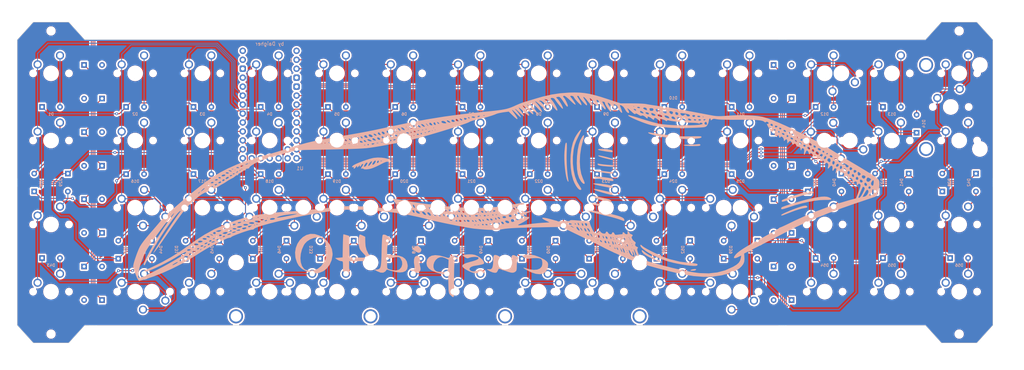
<source format=kicad_pcb>
(kicad_pcb (version 20221018) (generator pcbnew)
  (layers (0 "F.Cu" signal) (31 "B.Cu" signal) (34 "B.Paste" user) (35 "F.Paste" user) (36 "B.SilkS" user "B.Silkscreen") (37 "F.SilkS" user "F.Silkscreen") (38 "B.Mask" user) (39 "F.Mask" user) (44 "Edge.Cuts" user))
  (net 0 "")
  (net 1 "Net-(D1-A)")
  (net 2 "row0")
  (net 3 "Net-(D2-A)")
  (net 4 "Net-(D3-A)")
  (net 5 "Net-(D4-A)")
  (net 6 "Net-(D5-A)")
  (net 7 "Net-(D6-A)")
  (net 8 "Net-(D7-A)")
  (net 9 "Net-(D8-A)")
  (net 10 "Net-(D9-A)")
  (net 11 "Net-(D10-A)")
  (net 12 "Net-(D11-A)")
  (net 13 "Net-(D12-A)")
  (net 14 "Net-(D13-A)")
  (net 15 "Net-(D14-A)")
  (net 16 "Net-(D15-A)")
  (net 17 "row1")
  (net 18 "Net-(D16-A)")
  (net 19 "Net-(D17-A)")
  (net 20 "Net-(D18-A)")
  (net 21 "Net-(D19-A)")
  (net 22 "Net-(D20-A)")
  (net 23 "Net-(D21-A)")
  (net 24 "Net-(D22-A)")
  (net 25 "Net-(D23-A)")
  (net 26 "Net-(D24-A)")
  (net 27 "Net-(D25-A)")
  (net 28 "Net-(D26-A)")
  (net 29 "Net-(D27-A)")
  (net 30 "Net-(D28-A)")
  (net 31 "Net-(D29-A)")
  (net 32 "row2")
  (net 33 "Net-(D30-A)")
  (net 34 "Net-(D31-A)")
  (net 35 "Net-(D32-A)")
  (net 36 "Net-(D33-A)")
  (net 37 "Net-(D34-A)")
  (net 38 "Net-(D35-A)")
  (net 39 "Net-(D36-A)")
  (net 40 "Net-(D37-A)")
  (net 41 "Net-(D38-A)")
  (net 42 "Net-(D39-A)")
  (net 43 "Net-(D40-A)")
  (net 44 "Net-(D41-A)")
  (net 45 "Net-(D42-A)")
  (net 46 "Net-(D43-A)")
  (net 47 "row3")
  (net 48 "Net-(D44-A)")
  (net 49 "Net-(D45-A)")
  (net 50 "Net-(D46-A)")
  (net 51 "Net-(D47-A)")
  (net 52 "Net-(D48-A)")
  (net 53 "Net-(D49-A)")
  (net 54 "Net-(D50-A)")
  (net 55 "Net-(D51-A)")
  (net 56 "Net-(D52-A)")
  (net 57 "Net-(D53-A)")
  (net 58 "Net-(D54-A)")
  (net 59 "Net-(D55-A)")
  (net 60 "Net-(D56-A)")
  (net 61 "col0")
  (net 62 "col1")
  (net 63 "col2")
  (net 64 "col3")
  (net 65 "col4")
  (net 66 "col5")
  (net 67 "col6")
  (net 68 "col7")
  (net 69 "col8")
  (net 70 "col9")
  (net 71 "col10")
  (net 72 "col11")
  (net 73 "col12")
  (net 74 "col13")
  (footprint "footprints:D_DO-35_SOD27_P5.08mm_Horizontal" (layer "F.Cu") (at 99.455 120.325)
    (fp_text reference "D2")
    (fp_text value "D_Small" hide)
  )
  (footprint "PCM_marbastlib-mx:SW_MX_1u" (layer "F.Cu") (at 122.315 148.9)
    (fp_text reference "MX35" hide)
    (fp_text value "MX_SW_solder" hide)
  )
  (footprint "footprints:D_DO-35_SOD27_P5.08mm_Horizontal" (layer "F.Cu") (at 95.1687 175.093801 180)
    (fp_text reference "D" hide)
    (fp_text value "3.6V" hide)
  )
  (footprint "footprints:D_DO-35_SOD27_P5.08mm_Horizontal" (layer "F.Cu") (at 175.655 139.375)
    (fp_text reference "D20")
    (fp_text value "D_Small")
  )
  (footprint "PCM_marbastlib-mx:SW_MX_1u" (layer "F.Cu") (at 150.89 172.7125)
    (fp_text reference "MX60" hide)
    (fp_text value "MX_SW_solder" hide)
  )
  (footprint "PCM_marbastlib-mx:SW_MX_1u" (layer "F.Cu") (at 217.565 110.8)
    (fp_text reference "MX8" hide)
    (fp_text value "MX_SW_solder" hide)
  )
  (footprint "PCM_marbastlib-mx:SW_MX_1u" (layer "F.Cu") (at 217.565 129.85)
    (fp_text reference "MX24" hide)
    (fp_text value "MX_SW_solder" hide)
  )
  (footprint "PCM_marbastlib-mx:SW_MX_1u" (layer "F.Cu") (at 227.09 148.9 180)
    (fp_text reference "MX46" hide)
    (fp_text value "MX_SW_solder" hide)
  )
  (footprint "PCM_marbastlib-mx:SW_MX_1u" (layer "F.Cu") (at 274.715 129.85)
    (fp_text reference "MX27" hide)
    (fp_text value "MX_SW_solder" hide)
  )
  (footprint "PCM_marbastlib-mx:SW_MX_1u" (layer "F.Cu") (at 217.565 172.7125)
    (fp_text reference "MX65" hide)
    (fp_text value "MX_SW_solder" hide)
  )
  (footprint "footprints:D_DO-35_SOD27_P5.08mm_Horizontal" (layer "F.Cu") (at 137.555 120.325)
    (fp_text reference "D4")
    (fp_text value "D_Small")
  )
  (footprint "footprints:D_DO-35_SOD27_P5.08mm_Horizontal" (layer "F.Cu") (at 251.855 120.325)
    (fp_text reference "D10")
    (fp_text value "D_Small")
  )
  (footprint "footprints:D_DO-35_SOD27_P5.08mm_Horizontal" (layer "F.Cu") (at 331.865 145.5663 90)
    (fp_text reference "D28")
    (fp_text value "D_Small")
  )
  (footprint "PCM_marbastlib-mx:SW_MX_1u" (layer "F.Cu") (at 103.265 172.7125)
    (fp_text reference "MX56" hide)
    (fp_text value "MX_SW_solder" hide)
  )
  (footprint "PCM_marbastlib-mx:SW_MX_1u" (layer "F.Cu") (at 227.09 172.7125)
    (fp_text reference "MX66" hide)
    (fp_text value "MX_SW_solder" hide)
  )
  (footprint "footprints:D_DO-35_SOD27_P5.08mm_Horizontal" (layer "F.Cu") (at 136.6025 164.6163 90)
    (fp_text reference "D32")
    (fp_text value "D_Small" hide)
  )
  (footprint "PCM_marbastlib-mx:SW_MX_1u" (layer "F.Cu") (at 298.5275 172.7125)
    (fp_text reference "MX71" hide)
    (fp_text value "MX_SW_solder" hide)
  )
  (footprint "footprints:D_DO-35_SOD27_P5.08mm_Horizontal" (layer "F.Cu") (at 250.9025 164.6163 90)
    (fp_text reference "D38")
    (fp_text value "D_Small")
  )
  (footprint "footprints:D_DO-35_SOD27_P5.08mm_Horizontal" (layer "F.Cu") (at 146.1275 156.9963 -90)
    (fp_text reference "D46")
    (fp_text value "D_Small" hide)
  )
  (footprint "footprints:D_DO-35_SOD27_P5.08mm_Horizontal" (layer "F.Cu") (at 87.5487 165.5688)
    (fp_text reference "D" hide)
    (fp_text value "3.6V" hide)
  )
  (footprint "PCM_marbastlib-mx:SW_MX_1u" (layer "F.Cu") (at 217.565 148.9)
    (fp_text reference "MX45" hide)
    (fp_text value "MX_SW_solder" hide)
  )
  (footprint "PCM_marbastlib-mx:SW_MX_1u" (layer "F.Cu") (at 141.365 148.9)
    (fp_text reference "MX37" hide)
    (fp_text value "MX_SW_solder" hide)
  )
  (footprint "PCM_marbastlib-mx:SW_MX_1u" (layer "F.Cu") (at 198.515 148.9)
    (fp_text reference "MX43" hide)
    (fp_text value "MX_SW_solder" hide)
  )
  (footprint "footprints:D_DO-35_SOD27_P5.08mm_Horizontal" (layer "F.Cu") (at 270.905 139.375)
    (fp_text reference "D25")
    (fp_text value "D_Small")
  )
  (footprint "footprints:D_DO-35_SOD27_P5.08mm_Horizontal" (layer "F.Cu") (at 127.0775 156.9963 -90)
    (fp_text reference "D45")
    (fp_text value "D_Small" hide)
  )
  (footprint "PCM_marbastlib-mx:SW_MX_1u" (layer "F.Cu") (at 255.665 129.85)
    (fp_text reference "MX26" hide)
    (fp_text value "MX_SW_solder" hide)
  )
  (footprint "footprints:D_DO-35_SOD27_P5.08mm_Horizontal" (layer "F.Cu") (at 222.3275 156.996301 -90)
    (fp_text reference "D50")
    (fp_text value "D_Small")
  )
  (footprint "footprints:D_DO-35_SOD27_P5.08mm_Horizontal" (layer "F.Cu") (at 303.29 137.9463 -90)
    (fp_text reference "D40")
    (fp_text value "D_Small")
  )
  (footprint "footprints:D_DO-35_SOD27_P5.08mm_Horizontal" (layer "F.Cu") (at 213.755 139.375)
    (fp_text reference "D22")
    (fp_text value "D_Small")
  )
  (footprint "footprints:D_DO-35_SOD27_P5.08mm_Horizontal" (layer "F.Cu") (at 95.168699 156.0438 180)
    (fp_text reference "D" hide)
    (fp_text value "3.6V" hide)
  )
  (footprint "PCM_marbastlib-mx:SW_MX_1u" (layer "F.Cu") (at 336.6275 153.6625)
    (fp_text reference "MX54" hide)
    (fp_text value "MX_SW_solder" hide)
  )
  (footprint "PCM_marbastlib-mx:SW_MX_1u" (layer "F.Cu") (at 317.5775 110.8)
    (fp_text reference "MX14" hide)
    (fp_text value "MX_SW_solder" hide)
  )
  (footprint "footprints:D_DO-35_SOD27_P5.08mm_Horizontal" (layer "F.Cu") (at 269.9525 164.6163 90)
    (fp_text reference "D39")
    (fp_text value "D_Small")
  )
  (footprint "PCM_marbastlib-mx:SW_MX_1u" (layer "F.Cu") (at 317.5775 129.85)
    (fp_text reference "MX30" hide)
    (fp_text value "MX_SW_solder" hide)
  )
  (footprint "footprints:D_DO-35_SOD27_P5.08mm_Horizontal" (layer "F.Cu") (at 98.502499 164.6163 90)
    (fp_text reference "D30")
    (fp_text value "D_Small" hide)
  )
  (footprint "PCM_marbastlib-mx:SW_MX_1u" (layer "F.Cu") (at 274.715 110.8)
    (fp_text reference "MX11" hide)
    (fp_text value "MX_SW_solder" hide)
  )
  (footprint "PCM_marbastlib-mx:SW_MX_1u" (layer "F.Cu") (at 317.5775 153.6625)
    (fp_text reference "MX53" hide)
    (fp_text value "MX_SW_solder" hide)
  )
  (footprint "PCM_marbastlib-mx:SW_MX_1.75u" (layer "F.Cu") (at 305.67125 129.85 180)
    (fp_text reference "MX28" hide)
    (fp_text value "MX_SW_solder" hide)
  )
  (footprint "footprints:D_DO-35_SOD27_P5.08mm_Horizontal" (layer "F.Cu") (at 312.815 145.5663 90)
    (fp_text reference "D27")
    (fp_text value "D_Small")
  )
  (footprint "PCM_marbastlib-mx:SW_MX_1u" (layer "F.Cu") (at 79.4525 129.85)
    (fp_text reference "MX17" hide)
    (fp_text value "MX_SW_solder" hide)
  )
  (footprint "footprints:D_DO-35_SOD27_P5.08mm_Horizontal" (layer "F.Cu") (at 75.6425 120.325)
    (fp_text reference "D1")
    (fp_text value "D_Small" hide)
  )
  (footprint "PCM_marbastlib-mx:SW_MX_1u" (layer "F.Cu") (at 336.6275 172.7125)
    (fp_text reference "MX73" hide)
    (fp_text value "MX_SW_solder" hide)
  )
  (footprint "PCM_marbastlib-mx:SW_MX_1u" (layer "F.Cu") (at 298.5275 153.6625)
    (fp_text reference "MX52" hide)
    (fp_text value "MX_SW_solder" hide)
  )
  (footprint "footprints:D_DO-35_SOD27_P5.08mm_Horizontal" (layer "F.Cu") (at 293.765 145.5663 90)
    (fp_text reference "D26")
    (fp_text value "D_Small")
  )
  (footprint "PCM_marbastlib-mx:SW_MX_1u" (layer "F.Cu") (at 160.415 129.85)
    (fp_text reference "MX21" hide)
    (fp_text value "MX_SW_solder" hide)
  )
  (footprint "footprints:D_DO-35_SOD27_P5.08mm_Horizontal" (layer "F.Cu") (at 74.69 145.5663 90)
    (fp_text reference "D15")
    (fp_text value "D_Small" hide)
  )
  (footprint "PCM_marbastlib-mx:SW_MX_1u" (layer "F.Cu") (at 160.415 172.7125)
    (fp_text reference "MX61" hide)
    (fp_text value "MX_SW_solder" hide)
  )
  (footprint "footprints:D_DO-35_SOD27_P5.08mm_Horizontal" (layer "F.Cu") (at 251.855 139.375)
    (fp_text reference "D24")
    (fp_text value "D_Small")
  )
  (footprint "PCM_marbastlib-mx:SW_MX_1u" (layer "F.Cu") (at 198.515 110.8)
    (fp_text reference "MX7" hide)
    (fp_text value "MX_SW_solder" hide)
  )
  (footprint "PCM_marbastlib-mx:SW_MX_1.5u" (layer "F.Cu") (at 303.29 110.8 180)
    (fp_text reference "MX13" hide)
    (fp_text value "MX_SW_solder" hide)
  )
  (footprint "footprints:D_DO-35_SOD27_P5.08mm_Horizontal" (layer "F.Cu") (at 174.7025 164.6163 90)
    (fp_text reference "D34")
    (fp_text value "D_Small")
  )
  (footprint "footprints:D_DO-35_SOD27_P5.08mm_Horizontal" (layer "F.Cu") (at 118.505 139.375)
    (fp_text reference "D17")
    (fp_text value "D_Small" hide)
  )
  (footprint "MountingHole:MountingHole_2.2mm_M2" (layer "F.Cu") (at 336.6275 98.775)
    (fp_text reference "REF**" hide)
    (fp_text value "MountingHole_2.2mm_M2")
  )
  (footprint "PCM_marbastlib-mx:SW_MX_1.5u" (layer "F.Cu") (at 269.9525 148.9)
    (fp_text reference "MX50" hide)
    (fp_text value "MX_SW_solder" hide)
  )
  (footprint "PCM_marbastlib-mx:SW_MX_1u" (layer "F.Cu") (at 298.5275 110.8)
    (fp_text reference "MX12" hide)
    (fp_text value "MX_SW_solder" hide)
  )
  (footprint "PCM_marbastlib-mx:SW_MX_1u" (layer "F.Cu") (at 160.415 110.8)
    (fp_text reference "MX5" hide)
    (fp_text value "MX_SW_solder" hide)
  )
  (footprint "PCM_marbastlib-mx:SW_MX_1u" (layer "F.Cu") (at 336.6275 129.85)
    (fp_text reference "MX31" hide)
    (fp_text value "MX_SW_solder" hide)
  )
  (footprint "footprints:D_DO-35_SOD27_P5.08mm_Horizontal" (layer "F.Cu") (at 99.455 139.375)
    (fp_text reference "D16")
    (fp_text value "D_Small" hide)
  )
  (footprint "PCM_marbastlib-mx:SW_MX_1u" (layer "F.Cu") (at 198.515 172.7125)
    (fp_text reference "MX64" hide)
    (fp_text value "MX_SW_solder" hide)
  )
  (footprint "PCM_marbastlib-mx:SW_MX_1u" (layer "F.Cu") (at 141.365 172.7125)
    (fp_text reference "MX59" hide)
    (fp_text value "MX_SW_solder" hide)
  )
  (footprint "footprints:D_DO-35_SOD27_P5.08mm_Horizontal" (layer "F.Cu") (at 270.905 120.325)
    (fp_text reference "D11")
    (fp_text value "D_Small")
  )
  (footprint "PCM_marbastlib-mx:STAB_MX_P_3u" (layer "F.Cu") (at 227.09 172.7125 180)
    (fp_text reference "S66" hide)
    (fp_text value "MX_stab")
  )
  (footprint "footprints:D_DO-35_SOD27_P5.08mm_Horizontal" (layer "F.Cu") (at 290.431202 175.093801 180)
    (fp_text reference "D" hide)
    (fp_text value "3.6V" hide)
  )
  (footprint "footprints:D_DO-35_SOD27_P5.08mm_Horizontal" (layer "F.Cu") (at 108.027501 156.996299 -90)
    (fp_text reference "D44")
    (fp_text value "D_Small" hide)
  )
  (footprint "footprints:D_DO-35_SOD27_P5.08mm_Horizontal" (layer "F.Cu") (at 294.7175 120.325)
    (fp_text reference "D12")
    (fp_text value "D_Small")
  )
  (footprint "PCM_marbastlib-mx:SW_MX_1u" (layer "F.Cu") (at 255.665 148.9)
    (fp_text reference "MX49" hide)
    (fp_text value "MX_SW_solder" hide)
  )
  (footprint "footprints:D_DO-35_SOD27_P5.08mm_Horizontal" (layer "F.Cu") (at 231.8525 164.6163 90)
    (fp_text reference "D37")
    (fp_text value "D_Small")
  )
  (footprint "PCM_marbastlib-mx:SW_MX_1u" (layer "F.Cu") (at 179.465 148.9)
    (fp_text reference "MX41" hide)
    (fp_text value "MX_SW_solder" hide)
  )
  (footprint "footprints:D_DO-35_SOD27_P5.08mm_Horizontal" (layer "F.Cu") (at 282.8112 146.5188)
    (fp_text reference "D" hide)
    (fp_text value "3.6V" hide)
  )
  (footprint "PCM_marbastlib-mx:SW_MX_1u" (layer "F.Cu") (at 317.5775 172.7125)
    (fp_text reference "MX72" hide)
    (fp_text value "MX_SW_solder" hide)
  )
  (footprint "footprints:D_DO-35_SOD27_P5.08mm_Horizontal" (layer "F.Cu") (at 117.5525 164.6163 90)
    (fp_text reference "D31")
    (fp_text value "D_Small" hide)
  )
  (footprint "PCM_marbastlib-mx:SW_MX_1u" (layer "F.Cu") (at 122.315 129.85)
    (fp_text reference "MX19" hide)
    (fp_text value "MX_SW_solder" hide)
  )
  (footprint "footprints:D_DO-35_SOD27_P5.08mm_Horizontal" (layer "F.Cu") (at 279.4775 156.9963 -90)
    (fp_text reference "D53")
    (fp_text value "D_Small")
  )
  (footprint "footprints:D_DO-35_SOD27_P5.08mm_Horizontal" (layer "F.Cu") (at 95.168701 117.9438 180)
    (fp_text reference "D" hide)
    (fp_text value "3.6V" hide)
  )
  (footprint "footprints:D_DO-35_SOD27_P5.08mm_Horizontal" (layer "F.Cu") (at 203.2775 156.9963 -90)
    (fp_text reference "D49")
    (fp_text value "D_Small")
  )
  (footprint "PCM_marbastlib-mx:SW_MX_1u" (layer "F.Cu") (at 79.4525 153.6625)
    (fp_text reference "MX32" hide)
    (fp_text value "MX_SW_solder" hide)
  )
  (footprint "PCM_marbastlib-mx:SW_MX_1u" (layer "F.Cu") (at 208.04 148.9 180)
    (fp_text reference "MX44" hide)
    (fp_text value "MX_SW_solder" hide)
  )
  (footprint "footprints:D_DO-35_SOD27_P5.08mm_Horizontal" (layer "F.Cu") (at 313.7675 163.1875)
    (fp_text reference "D55")
    (fp_text value "D_Small")
  )
  (footprint "PCM_marbastlib-mx:SW_MX_1u" (layer "F.Cu") (at 334.24625 120.325)
    (fp_text reference "MX15" hide)
    (fp_text value "MX_SW_solder" hide)
  )
  (footprint "PCM_marbastlib-mx:STAB_MX_P_ISO" (layer "F.Cu") (at 334.24625 120.325)
    (fp_text reference "S16" hide)
    (fp_text value "MX_stab")
  )
  (footprint "footprints:D_DO-35_SOD27_P5.08mm_Horizontal" (layer "F.Cu") (at 184.227501 156.9963 -90)
    (fp_text reference "D48")
    (fp_text value "D_Small")
  )
  (footprint "footprints:D_DO-35_SOD27_P5.08mm_Horizontal" (layer "F.Cu") (at 213.755 120.325)
    (fp_text reference "D8")
    (fp_text value "D_Small")
  )
  (footprint "footprints:D_DO-35_SOD27_P5.08mm_Horizontal" (layer "F.Cu") (at 87.5487 108.4188)
    (fp_text reference "D" hide)
    (fp_text value "3.6V" hide)
  )
  (footprint "PCM_marbastlib-mx:SW_MX_1u" (layer "F.Cu") (at 160.415 148.9)
    (fp_text reference "MX39" hide)
    (fp_text value "MX_SW_solder" hide)
  )
  (footprint "PCM_marbastlib-mx:SW_MX_1u" (layer "F.Cu") (at 255.665 172.7125)
    (fp_text reference "MX68" hide)
    (fp_text value "MX_SW_solder" hide)
  )
  (footprint "footprints:D_DO-35_SOD27_P5.08mm_Horizontal" (layer "F.Cu") (at 290.4312 117.943802 180)
    (fp_text reference "D" hide)
    (fp_text value "3.6V" hide)
  )
  (footprint "PCM_marbastlib-mx:SW_MX_1u" (layer "F.Cu") (at 103.265 129.85)
    (fp_text reference "MX18" hide)
    (fp_text value "MX_SW_solder" hide)
  )
  (footprint "footprints:D_DO-35_SOD27_P5.08mm_Horizontal" (layer "F.Cu") (at 87.5487 146.5188)
    (fp_text reference "D" hide)
    (fp_text value "3.6V" hide)
  )
  (footprint "footprints:D_DO-35_SOD27_P5.08mm_Horizontal" (layer "F.Cu") (at 84.215 137.9463 -90)
    (fp_text reference "D29")
    (fp_text value "D_Small" hide)
  )
  (footprint "PCM_marbastlib-mx:SW_MX_1u" (layer "F.Cu") (at 236.615 129.85)
    (fp_text reference "MX25" hide)
    (fp_text value "MX_SW_solder" hide)
  )
  (footprint "PCM_marbastlib-mx:SW_MX_1u" (layer "F.Cu") (at 236.615 172.7125)
    (fp_text reference "MX67" hide)
    (fp_text value "MX_SW_solder" hide)
  )
  (footprint "footprints:D_DO-35_SOD27_P5.08mm_Horizontal" (layer "F.Cu") (at 118.505 120.325)
    (fp_text reference "D3")
    (fp_text value "D_Small" hide)
  )
  (footprint "footprints:D_DO-35_SOD27_P5.08mm_Horizontal" (layer "F.Cu") (at 232.805 139.375)
    (fp_text reference "D23")
    (fp_text value "D_Small")
  )
  (footprint "PCM_marbastlib-mx:SW_MX_1u" (layer "F.Cu") (at 246.14 148.9 180)
    (fp_text reference "MX48" hide)
    (fp_text value "MX_SW_solder" hide)
  )
  (footprint "PCM_marbastlib-mx:SW_MX_1u" (layer "F.Cu") (at 188.99 172.7125)
    (fp_text reference "MX63" hide)
    (fp_text value "MX_SW_solder" hide)
  )
  (footprint "footprints:D_DO-35_SOD27_P5.08mm_Horizontal" (layer "F.Cu") (at 324.5775 128.8975 90)
    (fp_text reference "D14")
    (fp_text value "D_Small")
  )
  (footprint "footprints:D_DO-35_SOD27_P5.08mm_Horizontal" (layer "F.Cu") (at 87.5487 127.4688)
    (fp_text reference "D" hide)
    (fp_text value "3.6V" hide)
  )
  (footprint "footprints:D_DO-35_SOD27_P5.08mm_Horizontal" (layer "F.Cu") (at 212.8025 164.6163 90)
    (fp_text reference "D36")
    (fp_text value "D_Small")
  )
  (footprint "PCM_marbastlib-mx:SW_MX_1u" (layer "F.Cu") (at 179.465 129.85)
    (fp_text reference "MX22" hide)
    (fp_text value "MX_SW_solder" hide)
  )
  (footprint "PCM_marbastlib-mx:SW_MX_1.5u" (layer "F.Cu") (at 108.0275 172.7125 180)
    (fp_text reference "MX57" hide)
    (fp_text value "MX_SW_solder" hide)
  )
  (footprint "PCM_marbastlib-mx:SW_MX_1u" (layer "F.Cu") (at 188.99 148.9 180)
    (fp_text reference "MX42" hide)
    (fp_text value "MX_SW_solder" hide)
  )
  (footprint "PCM_marbastlib-mx:SW_MX_1u" (layer "F.Cu") (at 336.6275 110.8)
    (fp_text reference "MX16" hide)
    (fp_text value "MX_SW_solder" hide)
  )
  (footprint "PCM_marbastlib-mx:SW_MX_1u" (layer "F.Cu") (at 169.94 148.9 180)
    (fp_text reference "MX40" hide)
    (fp_text value "MX_SW_solder" hide)
  )
  (footprint "footprints:D_DO-35_SOD27_P5.08mm_Horizontal" (layer "F.Cu") (at 232.805 120.325)
    (fp_text reference "D9")
    (fp_text value "D_Small")
  )
  (footprint "footprints:D_DO-35_SOD27_P5.08mm_Horizontal" (layer "F.Cu") (at 241.3775 156.9963 -90)
    (fp_text reference "D51")
    (fp_text value "D_Small")
  )
  (footprint "footprints:D_DO-35_SOD27_P5.08mm_Horizontal" (layer "F.Cu") (at 194.705 120.325)
    (fp_text reference "D7")
    (fp_text value "D_Small")
  )
  (footprint "footprints:D_DO-35_SOD27_P5.08mm_Horizontal" (layer "F.Cu") (at 95.1687 136.993799 180)
    (fp_text reference "D" hide)
    (fp_text value "3.6V" hide)
  )
  (footprint "footprints:D_DO-35_SOD27_P5.08mm_Horizontal" (layer "F.Cu") (at 165.1775 156.9963 -90)
    (fp_text reference "D47")
    (fp_text value "D_Small" hide)
  )
  (footprint "PCM_marbastlib-mx:SW_MX_1u" (layer "F.Cu") (at 255.665 110.8)
    (fp_text reference "MX10" hide)
    (fp_text value "MX_SW_solder" hide)
  )
  (footprint "footprints:D_DO-35_SOD27_P5.08mm_Horizontal" (layer "F.Cu") (at 175.655 120.325)
    (fp_text reference "D6")
    (fp_text value "D_Small")
  )
  (footprint "PCM_marbastlib-mx:SW_MX_1u" (layer "F.Cu") (at 103.265 148.9)
    (fp_text reference "MX33" hide)
    (fp_text value "MX_SW_solder" hide)
  )
  (footprint "footprints:D_DO-35_SOD27_P5.08mm_Horizontal" (layer "F.Cu") (at 290.431198 136.993801 180)
    (fp_text reference "D" hide)
    (fp_text value "3.6V" hide)
  )
  (footprint "PCM_marbastlib-mx:SW_MX_1u" (layer "F.Cu") (at 141.365 110.8)
    (fp_text reference "MX4" hide)
    (fp_text value "MX_SW_solder" hide)
  )
  (footprint "PCM_marbastlib-mx:SW_MX_1u" (layer "F.Cu") (at 103.265 110.8)
    (fp_text reference "MX2" hide)
    (fp_text value "MX_SW_solder" hide)
  )
  (footprint "footprints:D_DO-35_SOD27_P5.08mm_Horizontal" (layer "F.Cu") (at 322.34 137.9463 -90)
    (fp_text reference "D41")
    (fp_text value "D_Small")
  )
  (footprint "footprints:D_DO-35_SOD27_P5.08mm_Horizontal" (layer "F.Cu") (at 282.8112 108.418799)
    (fp_text reference "D" hide)
    (fp_text value "3.6V" hide)
  )
  (footprint "footprints:D_DO-35_SOD27_P5.08mm_Horizontal" (layer "F.Cu") (at 137.555 139.375)
    (fp_text reference "D18")
    (fp_text value "D_Small")
  )
  (footprint "PCM_marbastlib-mx:SW_MX_1u" (layer "F.Cu") (at 179.465 110.8)
    (fp_text reference "MX6" hide)
    (fp_text value "MX_SW_solder" hide)
  )
  (footprint "footprints:D_DO-35_SOD27_P5.08mm_Horizontal" (layer "F.Cu") (at 75.6425 163.1875)
    (fp_text reference "D43")
    (fp_text value "D_Small" hide)
  )
  (footprint "PCM_marbastlib-mx:SW_MX_1.5u" (layer "F.Cu") (at 108.0275 148.9 180)
    (fp_text reference "MX34" hide)
    (fp_text value "MX_SW_solder" hide)
  )
  (footprint "footprints:D_DO-35_SOD27_P5.08mm_Horizontal" (layer "F.Cu") (at 156.605 120.325)
    (fp_text reference "D5")
    (fp_text value "D_Small")
  )
  (footprint "PCM_marbastlib-mx:SW_MX_1u" (layer "F.Cu") (at 274.715 148.9 180)
    (fp_text reference "MX51" hide)
    (fp_text value "MX_SW_solder" hide)
  )
  (footprint "PCM_marbastlib-mx:SW_MX_1u" (layer "F.Cu") (at 141.365 129.85)
    (fp_text reference "MX20" hide)
    (fp_text value "MX_SW_solder" hide)
  )
  (footprint "PCM_marbastlib-mx:STAB_MX_P_3u" (layer "F.Cu") (at 150.89 172.7125 180)
    (fp_text reference "S60" hide)
    (fp_text value "MX_stab")
  )
  (footprint "PCM_marbastlib-mx:SW_MX_1u" (layer "F.Cu") (at 236.615 148.9)
    (fp_text reference "MX47" hide)
    (fp_text value "MX_SW_solder" hide)
  )
  (footprint "PCM_marbastlib-mx:SW_MX_1u" (layer "F.Cu") (at 79.4525 172.7125)
    (fp_text reference "MX55" hide)
    (fp_text value "MX_SW_solder" hide)
  )
  (footprint "PCM_marbastlib-mx:SW_MX_1u" (layer "F.Cu") (at 122.315 172.7125)
    (fp_text reference "MX58" hide)
    (fp_text value "MX_SW_solder" hide)
  )
  (footprint "footprints:D_DO-35_SOD27_P5.08mm_Horizontal" (layer "F.Cu") (at 194.705 139.375)
    (fp_text reference "D21")
    (fp_text value "D_Small")
  )
  (footprint "PCM_marbastlib-mx:SW_MX_1u" (layer "F.Cu") (at 274.715 172.7125 180)
    (fp_text reference "MX70" hide)
    (fp_text value "MX_SW_solder" hide)
  )
  (footprint "PCM_marbastlib-mx:SW_MX_1.5u" (layer "F.Cu") (at 269.9525 172.7125)
    (fp_text reference "MX69" hide)
    (fp_text value "MX_SW_solder" hide)
  )
  (footprint "footprints:D_DO-35_SOD27_P5.08mm_Horizontal" (layer "F.Cu") (at 294.7175 163.1875)
    (fp_text reference "D54")
    (fp_text value "D_Small")
  )
  (footprint "PCM_marbastlib-mx:SW_MX_1u" (layer "F.Cu") (at 198.515 129.85)
    (fp_text reference "MX23" hide)
    (fp_text value "MX_SW_solder" hide)
  )
  (footprint "PCM_marbastlib-mx:SW_MX_1u" (layer "F.Cu") (at 150.89 148.9 180)
    (fp_text reference "MX38" hide)
    (fp_text value "MX_SW_solder" hide)
  )
  (footprint "footprints:D_DO-35_SOD27_P5.08mm_Horizontal" (layer "F.Cu") (at 156.605 139.375)
    (fp_text reference "D19")
    (fp_text value "D_Small")
  )
  (footprint "MountingHole:MountingHole_2.2mm_M2" (layer "F.Cu") (at 336.6275 184.7375 180)
    (fp_text reference "REF**" hide)
    (fp_text value "MountingHole_2.2mm_M2")
  )
  (footprint "footprints:D_DO-35_SOD27_P5.08mm_Horizontal" (layer "F.Cu") (at 193.7525 164.6163 90)
    (fp_text reference "D35")
    (fp_text value "D_Small")
  )
  (footprint "footprints:D_DO-35_SOD27_P5.08mm_Horizontal" (layer "F.Cu") (at 155.6525 164.6163 90)
    (fp_text reference "D33")
    (fp_text value "D_Small" hide)
  )
  (footprint "MountingHole:MountingHole_2.2mm_M2" (layer "F.Cu") (at 79.4525 184.7375 180)
    (fp_text reference "REF**" hide)
    (fp_text value "MountingHole_2.2mm_M2")
  )
  (footprint "footprints:D_DO-35_SOD27_P5.08mm_Horizontal" (layer "F.Cu") (at 332.8175 163.1875)
    (fp_text reference "D56")
    (fp_text value "D_Small")
  )
  (footprint "PCM_marbastlib-mx:SW_MX_1u" (layer "F.Cu") (at 122.315 110.8)
    (fp_text reference "MX3" hide)
    (fp_text value "MX_SW_solder" hide)
  )
  (footprint "footprints:D_DO-35_SOD27_P5.08mm_Horizontal" (layer "F.Cu") (at 341.39 137.9463 -90)
    (fp_text reference "D42")
    (fp_text value "D_Small")
  )
  (footprint "footprints:D_DO-35_SOD27_P5.08mm_Horizontal" (layer "F.Cu") (at 290.431197 156.043802 180)
    (fp_text reference "D" hide)
    (fp_text value "3.6V" hide)
  )
  (footprint "PCM_marbastlib-mx:SW_MX_1u" (layer "F.Cu") (at 79.4525 110.8)
    (fp_text reference "MX1" hide)
    (fp_text value "MX_SW_solder" hide)
  )
  (footprint "PCM_marbastlib-mx:SW_MX_1u" (layer "F.Cu") (at 131.84 148.9 180)
    (fp_text reference "MX36" hide)
    (fp_text value "MX_SW_solder" hide)
  )
  (footprint "MountingHole:MountingHole_2.2mm_M2" (layer "F.Cu") (at 79.4525 98.775)
    (fp_text reference "REF**" hide)
    (fp_text value "MountingHole_2.2mm_M2")
  )
  (footprint "footprints:D_DO-35_SOD27_P5.08mm_Horizontal" (layer "F.Cu") (at 260.4275 156.9963 -90)
    (fp_text reference "D52")
    (fp_text value "D_Small")
  )
  (footprint "footprints:D_DO-35_SOD27_P5.08mm_Horizontal" (layer "F.Cu") (at 282.811199 127.468799)
    (fp_text reference "D" hide)
    (fp_text value "3.6V" hide)
  )
  (footprint "footprints:D_DO-35_SOD27_P5.08mm_Horizontal" (layer "F.Cu") (at 313.7675 120.325)
    (fp_text reference "D13")
    (fp_text value "D_Small")
  )
  (footprint "PCM_marbastlib-mx:SW_MX_1u" (layer "F.Cu") (at 236.615 110.8)
    (fp_text reference "MX9" hide)
    (fp_text value "MX_SW_solder" hide)
  )
  (footprint "footprints:D_DO-35_SOD27_P5.08mm_Horizontal" (layer "F.Cu") (at 282.811201 165.5688)
    (fp_text reference "D" hide)
    (fp_text value "3.6V" hide)
  )
  (footprint "PCM_marbastlib-mx:SW_MX_1u" (layer "F.Cu") (at 179.465 172.7125)
    (fp_text reference "MX62" hide)
    (fp_text value "MX_SW_solder" hide)
  )
  (footprint "PCM_marbastlib-mx:SW_MX_1u" (layer "F.Cu") (at 298.445 129.9)
    (fp_text reference "MX29" hide)
    (fp_text value "MX_SW_solder" hide)
  )
  (footprint "Silkscreens:cuspid text" (layer "B.Cu") (at 208.04 142.7562 180)
    (fp_text reference "G***" hide)
    (fp_text value "LOGO" hide)
  )
  (footprint "PCM_marbastlib-xp-promicroish:Helios_AH_USBup" (layer "B.Cu") (at 141.365 120.92 180)
    (fp_text reference "U1")
    (fp_text value "Pluto")
  )
  (gr_line (start 327.1025 101.275) (end 88.9775 101.275) (stroke (width 0.1)) (layer "Edge.Cuts"))
  (gr_line (start 74.4525 187.2375) (end 69.9275 182.2375) (stroke (width 0.1)) (layer "Edge.Cuts"))
  (gr_line (start 336.6275 96.275) (end 341.6275 96.275) (stroke (width 0.1)) (layer "Edge.Cuts"))
  (gr_line (start 79.4525 187.2375) (end 84.4525 187.2375) (stroke (width 0.1)) (layer "Edge.Cuts"))
  (gr_line (start 346.1525 101.275) (end 346.1525 182.2375) (stroke (width 0.1)) (layer "Edge.Cuts"))
  (gr_line (start 88.9775 182.2375) (end 327.1025 182.2375) (stroke (width 0.1)) (layer "Edge.Cuts"))
  (gr_line (start 331.6275 96.275) (end 327.1025 101.275) (stroke (width 0.1)) (layer "Edge.Cuts"))
  (gr_line (start 341.6275 96.275) (end 346.1525 101.275) (stroke (width 0.1)) (layer "Edge.Cuts"))
  (gr_line (start 79.4525 187.2375) (end 74.4525 187.2375) (stroke (width 0.1)) (layer "Edge.Cuts"))
  (gr_line (start 79.4525 96.275) (end 74.4525 96.275) (stroke (width 0.1)) (layer "Edge.Cuts"))
  (gr_line (start 74.4525 96.275) (end 69.9275 101.275) (stroke (width 0.1)) (layer "Edge.Cuts"))
  (gr_line (start 331.6275 187.2375) (end 327.1025 182.2375) (stroke (width 0.1)) (layer "Edge.Cuts"))
  (gr_line (start 84.4525 187.2375) (end 88.9775 182.2375) (stroke (width 0.1)) (layer "Edge.Cuts"))
  (gr_line (start 79.4525 96.275) (end 84.4525 96.275) (stroke (width 0.1)) (layer "Edge.Cuts"))
  (gr_line (start 69.9275 182.2375) (end 69.9275 101.275) (stroke (width 0.1)) (layer "Edge.Cuts"))
  (gr_line (start 84.4525 96.275) (end 88.9775 101.275) (stroke (width 0.1)) (layer "Edge.Cuts"))
  (gr_line (start 341.6275 187.2375) (end 346.1525 182.2375) (stroke (width 0.1)) (layer "Edge.Cuts"))
  (gr_line (start 336.6275 187.2375) (end 341.6275 187.2375) (stroke (width 0.1)) (layer "Edge.Cuts"))
  (gr_line (start 336.6275 96.275) (end 331.6275 96.275) (stroke (width 0.1)) (layer "Edge.Cuts"))
  (gr_line (start 336.6275 187.2375) (end 331.6275 187.2375) (stroke (width 0.1)) (layer "Edge.Cuts"))
  (gr_text "by Daigher" (at 145.54 103.0062) (layer "B.SilkS") (effects (font (size 1 1)) (justify left bottom mirror)))
  (segment (start 90.8587 129.7563) (end 90.8587 125.2563) (width 0.25) (layer "F.Cu") (net 0))
  (segment (start 286.6212 141.7563) (end 286.6212 160.8063) (width 0.25) (layer "F.Cu") (net 0))
  (segment (start 76.4525 143.2563) (end 76.9525 142.7563) (width 0.25) (layer "F.Cu") (net 0))
  (segment (start 92.8587 176.8063) (end 92.3587 177.3063) (width 0.25) (layer "F.Cu") (net 0))
  (segment (start 285.6212 165.2563) (end 286.1212 164.7563) (width 0.25) (layer "F.Cu") (net 0))
  (segment (start 92.3587 161.3063) (end 99.3587 161.3063) (width 0.25) (layer "F.Cu") (net 0))
  (segment (start 286.1212 163.528801) (end 286.1212 163.3063) (width 0.25) (layer "F.Cu") (net 0))
  (segment (start 272.1212 161.8063) (end 271.6212 162.3063) (width 0.25) (layer "F.Cu") (net 0))
  (segment (start 288.1212 176.7563) (end 287.6212 177.2563) (width 0.25) (layer "F.Cu") (net 0))
  (segment (start 91.8587 118.7563) (end 91.8587 101.4) (width 0.25) (layer "F.Cu") (net 0))
  (segment (start 90.8587 148.7563) (end 90.8587 163.2563) (width 0.25) (layer "F.Cu") (net 0))
  (segment (start 341.1212 140.7563) (end 340.6212 141.2563) (width 0.25) (layer "F.Cu") (net 0))
  (segment (start 108.8587 160.3063) (end 108.3587 159.8063) (width 0.25) (layer "F.Cu") (net 0))
  (segment (start 286.1212 164.7563) (end 286.1212 182.1125) (width 0.25) (layer "F.Cu") (net 0))
  (segment (start 287.1212 154.003805) (end 287.1212 153.7563) (width 0.25) (layer "F.Cu") (net 0))
  (segment (start 288.6212 143.7563) (end 289.1212 143.7563) (width 0.25) (layer "F.Cu") (net 0))
  (segment (start 90.3587 142.2563) (end 90.8587 142.7563) (width 0.25) (layer "F.Cu") (net 0))
  (segment (start 287.1212 153.7563) (end 287.1212 158.2563) (width 0.25) (layer "F.Cu") (net 0))
  (segment (start 105.8587 159.8063) (end 106.3587 159.3063) (width 0.25) (layer "F.Cu") (net 0))
  (segment (start 88.8187 127.4688) (end 90.8587 129.5088) (width 0.25) (layer "F.Cu") (net 0))
  (segment (start 90.8587 142.7563) (end 90.8587 144.2563) (width 0.25) (layer "F.Cu") (net 0))
  (segment (start 91.8587 161.8063) (end 92.3587 161.3063) (width 0.25) (layer "F.Cu") (net 0))
  (segment (start 91.8587 174.3063) (end 91.8587 182.1125) (width 0.25) (layer "F.Cu") (net 0))
  (segment (start 281.6212 159.8063) (end 281.1212 159.3063) (width 0.25) (layer "F.Cu") (net 0))
  (segment (start 72.4525 142.7563) (end 73.9525 142.7563) (width 0.25) (layer "F.Cu") (net 0))
  (segment (start 284.081199 127.468799) (end 286.1212 125.428798) (width 0.25) (layer "F.Cu") (net 0))
  (segment (start 286.1212 110.458799) (end 286.1212 110.8063) (width 0.25) (layer "F.Cu") (net 0))
  (segment (start 288.6212 139.2563) (end 288.6212 139.7563) (width 0.25) (layer "F.Cu") (net 0))
  (segment (start 284.1212 158.8063) (end 284.6212 158.8063) (width 0.25) (layer "F.Cu") (net 0))
  (segment (start 285.6212 167.7563) (end 285.6212 165.2563) (width 0.25) (layer "F.Cu") (net 0))
  (segment (start 285.6212 161.3063) (end 286.1212 161.8063) (width 0.25) (layer "F.Cu") (net 0))
  (segment (start 93.8987 136.993799) (end 91.8587 139.033799) (width 0.25) (layer "F.Cu") (net 0))
  (segment (start 91.3587 141.7563) (end 70.0525 141.7563) (width 0.25) (layer "F.Cu") (net 0))
  (segment (start 91.8587 158.3063) (end 91.8587 159.8063) (width 0.25) (layer "F.Cu") (net 0))
  (segment (start 284.6212 162.8063) (end 284.6212 163.3063) (width 0.25) (layer "F.Cu") (net 0))
  (segment (start 287.1212 142.7563) (end 287.6212 142.2563) (width 0.25) (layer "F.Cu") (net 0))
  (segment (start 91.8587 154.003801) (end 91.8587 153.8063) (width 0.25) (layer "F.Cu") (net 0))
  (segment (start 99.3587 161.3063) (end 98.8587 161.8063) (width 0.25) (layer "F.Cu") (net 0))
  (segment (start 285.1212 167.2563) (end 285.6212 167.7563) (width 0.25) (layer "F.Cu") (net 0))
  (segment (start 91.8587 158.083799) (end 91.8587 158.3063) (width 0.25) (layer "F.Cu") (net 0))
  (segment (start 279.1212 159.8063) (end 281.6212 159.8063) (width 0.25) (layer "F.Cu") (net 0))
  (segment (start 90.8587 148.5588) (end 90.8587 148.7563) (width 0.25) (layer "F.Cu") (net 0))
  (segment (start 340.6212 141.2563) (end 346.0175 141.2563) (width 0.25) (layer "F.Cu") (net 0))
  (segment (start 303.9994 141.2563) (end 304.04 141.2157) (width 0.25) (layer "F.Cu") (net 0))
  (segment (start 91.8587 173.053801) (end 91.8587 172.8063) (width 0.25) (layer "F.Cu") (net 0))
  (segment (start 343.6212 140.7563) (end 341.1212 140.7563) (width 0.25) (layer "F.Cu") (net 0))
  (segment (start 88.8187 146.5188) (end 90.8587 148.5588) (width 0.25) (layer "F.Cu") (net 0))
  (segment (start 287.1212 119.983802) (end 287.1212 120.2563) (width 0.25) (layer "F.Cu") (net 0))
  (segment (start 74.9525 142.2563) (end 90.3587 142.2563) (width 0.25) (layer "F.Cu") (net 0))
  (segment (start 286.6212 141.7563) (end 346.0175 141.7563) (width 0.25) (layer "F.Cu") (net 0))
  (segment (start 88.8187 146.5188) (end 90.8587 144.4788) (width 0.25) (layer "F.Cu") (net 0))
  (segment (start 91.8587 158.3063) (end 91.8587 153.8063) (width 0.25) (layer "F.Cu") (net 0))
  (segment (start 284.1212 162.8063) (end 284.6212 162.8063) (width 0.25) (layer "F.Cu") (net 0))
  (segment (start 289.1612 117.943802) (end 287.1212 119.983802) (width 0.25) (layer "F.Cu") (net 0))
  (segment (start 90.8587 109.2563) (end 90.8587 101.4) (width 0.25) (layer "F.Cu") (net 0))
  (segment (start 285.6212 161.3063) (end 269.1212 161.3063) (width 0.25) (layer "F.Cu") (net 0))
  (segment (start 93.898699 156.0438) (end 91.8587 154.003801) (width 0.25) (layer "F.Cu") (net 0))
  (segment (start 93.8987 136.993799) (end 91.8587 134.953799) (width 0.25) (layer "F.Cu") (net 0))
  (segment (start 287.6212 118.2563) (end 287.1212 118.7563) (width 0.25) (layer "F.Cu") (net 0))
  (segment (start 289.161197 156.043802) (end 287.1212 158.083799) (width 0.25) (layer "F.Cu") (net 0))
  (segment (start 287.1212 118.7563) (end 287.1212 101.7563) (width 0.25) (layer "F.Cu") (net 0))
  (segment (start 287.6212 115.7563) (end 287.6212 118.2563) (width 0.25) (layer "F.Cu") (net 0))
  (segment (start 90.8587 125.4288) (end 90.8587 125.2563) (width 0.25) (layer "F.Cu") (net 0))
  (segment (start 333.6212 143.2563) (end 334.1212 142.7563) (width 0.25) (layer "F.Cu") (net 0))
  (segment (start 90.8587 164.8063) (end 90.8587 181.8063) (width 0.25) (layer "F.Cu") (net 0))
  (segment (start 288.1212 116.2563) (end 287.6212 115.7563) (width 0.25) (layer "F.Cu") (net 0))
  (segment (start 284.6212 158.8063) (end 284.6212 158.3063) (width 0.25) (layer "F.Cu") (net 0))
  (segment (start 287.1212 158.083799) (end 287.1212 158.2563) (width 0.25) (layer "F.Cu") (net 0))
  (segment (start 90.8587 163.5288) (end 90.8587 163.2563) (width 0.25) (layer "F.Cu") (net 0))
  (segment (start 284.081199 127.468799) (end 286.1212 129.5088) (width 0.25) (layer "F.Cu") (net 0))
  (segment (start 285.6212 160.3063) (end 278.6212 160.3063) (width 0.25) (layer "F.Cu") (net 0))
  (segment (start 304.04 141.2157) (end 303.5806 140.7563) (width 0.25) (layer "F.Cu") (net 0))
  (segment (start 90.3587 141.2563) (end 90.8587 140.7563) (width 0.25) (layer "F.Cu") (net 0))
  (segment (start 93.8587 162.8063) (end 93.3587 162.8063) (width 0.25) (layer "F.Cu") (net 0))
  (segment (start 287.1212 173.053799) (end 287.1212 172.7563) (width 0.25) (layer "F.Cu") (net 0))
  (segment (start 289.161197 156.043802) (end 287.1212 154.003805) (width 0.25) (layer "F.Cu") (net 0))
  (segment (start 98.8587 161.8063) (end 96.3587 161.8063) (width 0.25) (layer "F.Cu") (net 0))
  (segment (start 91.8587 134.953799) (end 91.8587 134.8063) (width 0.25) (layer "F.Cu") (net 0))
  (segment (start 91.8587 119.983801) (end 91.8587 120.3063) (width 0.25) (layer "F.Cu") (net 0))
  (segment (start 91.3587 141.7563) (end 91.3587 101.4) (width 0.25) (layer "F.Cu") (net 0))
  (segment (start 287.1212 142.7563) (end 287.1212 153.7563) (width 0.25) (layer "F.Cu") (net 0))
  (segment (start 287.1212 158.2563) (end 287.1212 172.7563) (width 0.25) (layer "F.Cu") (net 0))
  (segment (start 92.3587 160.3063) (end 108.8587 160.3063) (width 0.25) (layer "F.Cu") (net 0))
  (segment (start 108.3587 159.8063) (end 105.8587 159.8063) (width 0.25) (layer "F.Cu") (net 0))
  (segment (start 90.3587 165.3063) (end 90.8587 164.8063) (width 0.25) (layer "F.Cu") (net 0))
  (segment (start 93.3587 158.3063) (end 93.3587 158.8063) (width 0.25) (layer "F.Cu") (net 0))
  (segment (start 88.8187 108.4188) (end 90.8587 110.4588) (width 0.25) (layer "F.Cu") (net 0))
  (segment (start 75.4525 142.7563) (end 74.9525 142.2563) (width 0.25) (layer "F.Cu") (net 0))
  (segment (start 286.1212 159.8063) (end 285.6212 160.3063) (width 0.25) (layer "F.Cu") (net 0))
  (segment (start 287.6212 174.7563) (end 287.1212 174.2563) (width 0.25) (layer "F.Cu") (net 0))
  (segment (start 287.1212 139.2563) (end 287.1212 140.7563) (width 0.25) (layer "F.Cu") (net 0))
  (segment (start 74.4525 142.2563) (end 70.0525 142.2563) (width 0.25) (layer "F.Cu") (net 0))
  (segment (start 91.8587 153.8063) (end 91.8587 139.3063) (width 0.25) (layer "F.Cu") (net 0))
  (segment (start 72.9525 143.2563) (end 72.4525 142.7563) (width 0.25) (layer "F.Cu") (net 0))
  (segment (start 286.1212 125.428798) (end 286.1212 125.3063) (width 0.25) (layer "F.Cu") (net 0))
  (segment (start 82.4525 140.2563) (end 81.9525 140.7563) (width 0.25) (layer "F.Cu") (net 0))
  (segment (start 287.1212 174.2563) (end 287.1212 182.1125) (width 0.25) (layer "F.Cu") (net 0))
  (segment (start 91.3587 160.8063) (end 91.3587 182.1125) (width 0.25) (layer "F.Cu") (net 0))
  (segment (start 91.3587 141.7563) (end 91.3587 160.8063) (width 0.25) (layer "F.Cu") (net 0))
  (segment (start 89.8587 106.7563) (end 90.3587 106.2563) (width 0.25) (layer "F.Cu") (net 0))
  (segment (start 90.8587 181.8063) (end 90.8587 182.1125) (width 0.25) (layer "F.Cu") (net 0))
  (segment (start 86.4525 140.7563) (end 84.4525 140.7563) (width 0.25) (layer "F.Cu") (net 0))
  (segment (start 96.3587 161.8063) (end 96.8587 162.3063) (width 0.25) (layer "F.Cu") (net 0))
  (segment (start 288.6212 139.7563) (end 289.1212 139.7563) (width 0.25) (layer "F.Cu") (net 0))
  (segment (start 294.6212 142.2563) (end 294.1212 142.7563) (width 0.25) (layer "F.Cu") (net 0))
  (segment (start 92.3587 118.2563) (end 91.8587 118.7563) (width 0.25) (layer "F.Cu") (net 0))
  (segment (start 90.8587 125.2563) (end 90.8587 110.7563) (width 0.25) (layer "F.Cu") (net 0))
  (segment (start 84.4525 140.7563) (end 84.9525 141.2563) (width 0.25) (layer "F.Cu") (net 0))
  (segment (start 286.1212 129.8063) (end 286.1212 125.3063) (width 0.25) (layer "F.Cu") (net 0))
  (segment (start 91.8587 159.8063) (end 92.3587 160.3063) (width 0.25) (layer "F.Cu") (net 0))
  (segment (start 287.6212 177.2563) (end 287.6212 174.7563) (width 0.25) (layer "F.Cu") (net 0))
  (segment (start 287.6212 142.2563) (end 294.6212 142.2563) (width 0.25) (layer "F.Cu") (net 0))
  (segment (start 286.1212 109.2563) (end 286.1212 101.4) (width 0.25) (layer "F.Cu") (net 0))
  (segment (start 294.1212 142.7563) (end 291.6212 142.7563) (width 0.25) (layer "F.Cu") (net 0))
  (segment (start 284.0812 146.5188) (end 286.1212 144.4788) (width 0.25) (layer "F.Cu") (net 0))
  (segment (start 90.3587 167.8063) (end 90.3587 165.3063) (width 0.25) (layer "F.Cu") (net 0))
  (segment (start 93.898701 117.9438) (end 91.8587 119.983801) (width 0.25) (layer "F.Cu") (net 0))
  (segment (start 93.8987 175.093801) (end 91.8587 173.053801) (width 0.25) (layer "F.Cu") (net 0))
  (segment (start 88.8187 165.5688) (end 90.8587 163.5288) (width 0.25) (layer "F.Cu") (net 0))
  (segment (start 287.6212 141.2563) (end 303.9994 141.2563) (width 0.25) (layer "F.Cu") (net 0))
  (segment (start 90.8587 110.4588) (end 90.8587 110.7563) (width 0.25) (layer "F.Cu") (net 0))
  (segment (start 288.6212 144.2563) (end 288.6212 143.7563) (width 0.25) (layer "F.Cu") (net 0))
  (segment (start 285.6212 108.7563) (end 286.1212 109.2563) (width 0.25) (layer "F.Cu") (net 0))
  (segment (start 289.161198 136.993801) (end 287.1212 134.953803) (width 0.25) (layer "F.Cu") (net 0))
  (segment (start 91.8587 172.8063) (end 91.8587 161.8063) (width 0.25) (layer "F.Cu") (net 0))
  (segment (start 278.6212 160.3063) (end 279.1212 159.8063) (width 0.25) (layer "F.Cu") (net 0))
  (segment (start 93.3587 158.8063) (end 93.8587 158.8063) (width 0.25) (layer "F.Cu") (net 0))
  (segment (start 286.6212 160.8063) (end 286.6212 182.1125) (width 0.25) (layer "F.Cu") (net 0))
  (segment (start 90.3587 108.7563) (end 90.8587 109.2563) (width 0.25) (layer "F.Cu") (net 0))
  (segment (start 331.1212 142.2563) (end 346.0175 142.2563) (width 0.25) (layer "F.Cu") (net 0))
  (segment (start 303.5806 140.7563) (end 301.1212 140.7563) (width 0.25) (layer "F.Cu") (net 0))
  (segment (start 287.1212 139.033799) (end 287.1212 139.2563) (width 0.25) (layer "F.Cu") (net 0))
  (segment (start 93.898699 156.0438) (end 91.8587 158.083799) (width 0.25) (layer "F.Cu") (net 0))
  (segment (start 269.1212 161.3063) (end 269.6212 161.8063) (width 0.25) (layer "F.Cu") (net 0))
  (segment (start 287.1212 134.7563) (end 287.1212 120.2563) (width 0.25) (layer "F.Cu") (net 0))
  (segment (start 286.1212 144.3063) (end 286.1212 129.8063) (width 0.25) (layer "F.Cu") (net 0))
  (segment (start 91.8587 134.8063) (end 91.8587 120.3063) (width 0.25) (layer "F.Cu") (net 0))
  (segment (start 81.9525 140.7563) (end 83.9525 140.7563) (width 0.25) (layer "F.Cu") (net 0))
  (segment (start 92.8587 116.2563) (end 92.3587 115.7563) (width 0.25) (layer "F.Cu") (net 0))
  (segment (start 286.1212 161.8063) (end 286.1212 163.3063) (width 0.25) (layer "F.Cu") (net 0))
  (segment (start 93.3587 162.8063) (end 93.3587 163.3063) (width 0.25) (layer "F.Cu") (net 0))
  (segment (start 91.8587 139.3063) (end 91.8587 134.8063) (width 0.25) (layer "F.Cu") (net 0))
  (segment (start 90.8587 144.2563) (end 90.8587 148.7563) (width 0.25) (layer "F.Cu") (net 0))
  (segment (start 289.161198 136.993801) (end 287.1212 139.033799) (width 0.25) (layer "F.Cu") (net 0))
  (segment (start 286.1212 148.8063) (end 286.1212 144.3063) (width 0.25) (layer "F.Cu") (net 0))
  (segment (start 286.1212 144.4788) (end 286.1212 144.3063) (width 0.25) (layer "F.Cu") (net 0))
  (segment (start 76.9525 142.7563) (end 75.4525 142.7563) (width 0.25) (layer "F.Cu") (net 0))
  (segment (start 289.161202 175.093801) (end 287.1212 173.053799) (width 0.25) (layer "F.Cu") (net 0))
  (segment (start 286.1212 125.3063) (end 286.1212 110.8063) (width 0.25) (layer "F.Cu") (net 0))
  (segment (start 90.8587 129.5088) (end 90.8587 129.7563) (width 0.25) (layer "F.Cu") (net 0))
  (segment (start 287.1212 134.953803) (end 287.1212 134.7563) (width 0.25) (layer "F.Cu") (net 0))
  (segment (start 91.8587 139.033799) (end 91.8587 139.3063) (width 0.25) (layer "F.Cu") (net 0))
  (segment (start 89.8587 167.3063) (end 90.3587 167.8063) (width 0.25) (layer "F.Cu") (net 0))
  (segment (start 331.6212 142.7563) (end 331.1212 142.2563) (width 0.25) (layer "F.Cu") (net 0))
  (segment (start 85.9525 140.2563) (end 86.4525 140.7563) (width 0.25) (layer "F.Cu") (net 0))
  (segment (start 83.4525 141.2563) (end 70.0525 141.2563) (width 0.25) (layer "F.Cu") (net 0))
  (segment (start 287.1212 101.7563) (end 287.1212 101.4) (width 0.25) (layer "F.Cu") (net 0))
  (segment (start 90.8587 144.4788) (end 90.8587 144.2563) (width 0.25) (layer "F.Cu") (net 0))
  (segment (start 286.1212 159.8063) (end 286.1212 148.8063) (width 0.25) (layer "F.Cu") (net 0))
  (segment (start 284.0812 146.5188) (end 286.1212 148.5588) (width 0.25) (layer "F.Cu") (net 0))
  (segment (start 84.9525 141.2563) (end 90.3587 141.2563) (width 0.25) (layer "F.Cu") (net 0))
  (segment (start 73.9525 142.7563) (end 74.4525 142.2563) (width 0.25) (layer "F.Cu") (net 0))
  (segment (start 291.6212 142.7563) (end 292.1212 143.2563) (width 0.25) (layer "F.Cu") (net 0))
  (segment (start 287.1212 140.7563) (end 287.6212 141.2563) (width 0.25) (layer "F.Cu") (net 0))
  (segment (start 90.8587 140.7563) (end 90.8587 129.7563) (width 0.25) (layer "F.Cu") (net 0))
  (segment (start 286.1212 129.5088) (end 286.1212 129.8063) (width 0.25) (layer "F.Cu") (net 0))
  (segment (start 343.1212 140.2563) (end 343.6212 140.7563) (width 0.25) (layer "F.Cu") (net 0))
  (segment (start 269.6212 161.8063) (end 272.1212 161.8063) (width 0.25) (layer "F.Cu") (net 0))
  (segment (start 287.1212 139.2563) (end 287.1212 134.7563) (width 0.25) (layer "F.Cu") (net 0))
  (segment (start 90.3587 106.2563) (end 90.3587 108.7563) (width 0.25) (layer "F.Cu") (net 0))
  (segment (start 92.3587 177.3063) (end 92.3587 174.8063) (width 0.25) (layer "F.Cu") (net 0))
  (segment (start 334.1212 142.7563) (end 331.6212 142.7563) (width 0.25) (layer "F.Cu") (net 0))
  (segment (start 92.3587 115.7563) (end 92.3587 118.2563) (width 0.25) (layer "F.Cu") (net 0))
  (segment (start 83.9525 140.7563) (end 83.4525 141.2563) (width 0.25) (layer "F.Cu") (net 0))
  (segment (start 284.081201 165.5688) (end 286.1212 163.528801) (width 0.25) (layer "F.Cu") (net 0))
  (segment (start 92.3587 174.8063) (end 91.8587 174.3063) (width 0.25) (layer "F.Cu") (net 0))
  (segment (start 286.1212 148.5588) (end 286.1212 148.8063) (width 0.25) (layer "F.Cu") (net 0))
  (segment (start 301.1212 140.7563) (end 301.6212 140.2563) (width 0.25) (layer "F.Cu") (net 0))
  (segment (start 285.1212 106.7563) (end 285.6212 106.2563) (width 0.25) (layer "F.Cu") (net 0))
  (segment (start 284.0812 108.418799) (end 286.1212 110.458799) (width 0.25) (layer "F.Cu") (net 0))
  (segment (start 88.8187 127.4688) (end 90.8587 125.4288) (width 0.25) (layer "F.Cu") (net 0))
  (segment (start 286.6212 141.7563) (end 286.6212 101.4) (width 0.25) (layer "F.Cu") (net 0))
  (segment (start 285.6212 106.2563) (end 285.6212 108.7563) (width 0.25) (layer "F.Cu") (net 0))
  (segment (start 286.6212 160.8063) (end 91.3587 160.8063) (width 0.25) (layer "F.Cu") (net 0))
  (segment (start 81.9925 105.72) (end 81.9925 120.325) (width 0.25) (layer "B.Cu") (net 1))
  (segment (start 138.185 120.965) (end 138.825 120.325) (width 0.25) (layer "F.Cu") (net 2))
  (segment (start 157.875 120.325) (end 159 121.45) (width 0.25) (layer "F.Cu") (net 2))
  (segment (start 216.15 119.2) (end 232.95 119.2) (width 0.25) (layer "F.Cu") (net 2))
  (segment (start 132.743144 121.459444) (end 133.237588 120.965) (width 0.25) (layer "F.Cu") (net 2))
  (segment (start 126.243144 121.459444) (end 126.04 121.459444) (width 0.25) (layer "F.Cu") (net 2))
  (segment (start 295.9875 120.325) (end 293.5562 122.7563) (width 0.25) (layer "F.Cu") (net 2))
  (segment (start 234.075 120.325) (end 235.2 121.45) (width 0.25) (layer "F.Cu") (net 2))
  (segment (start 101.85 119.2) (end 118.65 119.2) (width 0.25) (layer "F.Cu") (net 2))
  (segment (start 98.7937 122.2563) (end 98.04 122.2563) (width 0.25) (layer "F.Cu") (net 2))
  (segment (start 295.9875 120.325) (end 297.1125 119.2) (width 0.25) (layer "F.Cu") (net 2))
  (segment (start 175.8 121.45) (end 176.925 120.325) (width 0.25) (layer "F.Cu") (net 2))
  (segment (start 176.925 120.325) (end 178.05 119.2) (width 0.25) (layer "F.Cu") (net 2))
  (segment (start 197.1 121.45) (end 213.9 121.45) (width 0.25) (layer "F.Cu") (net 2))
  (segment (start 194.85 119.2) (end 195.975 120.325) (width 0.25) (layer "F.Cu") (net 2))
  (segment (start 118.65 119.2) (end 119.775 120.325) (width 0.25) (layer "F.Cu") (net 2))
  (segment (start 148.477588 120.965) (end 157.235 120.965) (width 0.25) (layer "F.Cu") (net 2))
  (segment (start 140.079444 121.579444) (end 147.863144 121.579444) (width 0.25) (layer "F.Cu") (net 2))
  (segment (start 232.95 119.2) (end 234.075 120.325) (width 0.25) (layer "F.Cu") (net 2))
  (segment (start 120.909444 121.459444) (end 126.04 121.459444) (width 0.25) (layer "F.Cu") (net 2))
  (segment (start 215.025 120.325) (end 216.15 119.2) (width 0.25) (layer "F.Cu") (net 2))
  (segment (start 138.825 120.325) (end 140.079444 121.579444) (width 0.25) (layer "F.Cu") (net 2))
  (segment (start 159 121.45) (end 175.8 121.45) (width 0.25) (layer "F.Cu") (net 2))
  (segment (start 235.2 121.45) (end 252 121.45) (width 0.25) (layer "F.Cu") (net 2))
  (segment (start 100.725 120.325) (end 101.85 119.2) (width 0.25) (layer "F.Cu") (net 2))
  (segment (start 213.9 121.45) (end 215.025 120.325) (width 0.25) (layer "F.Cu") (net 2))
  (segment (start 133.745 127.27) (end 132.0537 127.27) (width 0.25) (layer "F.Cu") (net 2))
  (segment (start 157.235 120.965) (end 157.875 120.325) (width 0.25) (layer "F.Cu") (net 2))
  (segment (start 254.25 119.2) (end 271.05 119.2) (width 0.25) (layer "F.Cu") (net 2))
  (segment (start 253.125 120.325) (end 254.25 119.2) (width 0.25) (layer "F.Cu") (net 2))
  (segment (start 313.9125 119.2) (end 315.0375 120.325) (width 0.25) (layer "F.Cu") (net 2))
  (segment (start 126.04 121.459444) (end 132.743144 121.459444) (width 0.25) (layer "F.Cu") (net 2))
  (segment (start 119.775 120.325) (end 120.909444 121.459444) (width 0.25) (layer "F.Cu") (net 2))
  (segment (start 100.725 120.325) (end 98.7937 122.2563) (width 0.25) (layer "F.Cu") (net 2))
  (segment (start 147.863144 121.579444) (end 148.477588 120.965) (width 0.25) (layer "F.Cu") (net 2))
  (segment (start 133.237588 120.965) (end 138.185 120.965) (width 0.25) (layer "F.Cu") (net 2))
  (segment (start 195.975 120.325) (end 197.1 121.45) (width 0.25) (layer "F.Cu") (net 2))
  (segment (start 293.5562 122.7563) (end 293.04 122.7563) (width 0.25) (layer "F.Cu") (net 2))
  (segment (start 252 121.45) (end 253.125 120.325) (width 0.25) (layer "F.Cu") (net 2))
  (segment (start 132.0537 127.27) (end 126.243144 121.459444) (width 0.25) (layer "F.Cu") (net 2))
  (segment (start 297.1125 119.2) (end 313.9125 119.2) (width 0.25) (layer "F.Cu") (net 2))
  (segment (start 271.05 119.2) (end 272.175 120.325) (width 0.25) (layer "F.Cu") (net 2))
  (segment (start 178.05 119.2) (end 194.85 119.2) (width 0.25) (layer "F.Cu") (net 2))
  (via (at 293.04 122.7563) (size 0.8) (drill 0.4) (layers "F.Cu" "B.Cu") (net 2))
  (via (at 98.04 122.2563) (size 0.8) (drill 0.4) (layers "F.Cu" "B.Cu") (net 2))
  (segment (start 293.04 122.7563) (end 274.6063 122.7563) (width 0.25) (layer "B.Cu") (net 2))
  (segment (start 274.6063 122.7563) (end 272.175 120.325) (width 0.25) (layer "B.Cu") (net 2))
  (segment (start 319.6275 127.6275) (end 324.5775 127.6275) (width 0.25) (layer "B.Cu") (net 2))
  (segment (start 315.0375 123.0375) (end 319.6275 127.6275) (width 0.25) (layer "B.Cu") (net 2))
  (segment (start 98.04 122.2563) (end 78.8438 122.2563) (width 0.25) (layer "B.Cu") (net 2))
  (segment (start 315.0375 120.325) (end 315.0375 123.0375) (width 0.25) (layer "B.Cu") (net 2))
  (segment (start 78.8438 122.2563) (end 76.9125 120.325) (width 0.25) (layer "B.Cu") (net 2))
  (segment (start 105.805 105.72) (end 105.805 120.325) (width 0.25) (layer "B.Cu") (net 3))
  (segment (start 124.855 105.72) (end 124.855 120.325) (width 0.25) (layer "B.Cu") (net 4))
  (segment (start 143.905 120.325) (end 143.905 105.72) (width 0.25) (layer "B.Cu") (net 5))
  (segment (start 162.955 105.72) (end 162.955 120.325) (width 0.25) (layer "B.Cu") (net 6))
  (segment (start 182.005 105.72) (end 182.005 120.325) (width 0.25) (layer "B.Cu") (net 7))
  (segment (start 201.055 105.72) (end 201.055 120.325) (width 0.25) (layer "B.Cu") (net 8))
  (segment (start 220.105 105.72) (end 220.105 120.325) (width 0.25) (layer "B.Cu") (net 9))
  (segment (start 239.155 105.72) (end 239.155 120.325) (width 0.25) (layer "B.Cu") (net 10))
  (segment (start 258.205 105.72) (end 258.205 120.325) (width 0.25) (layer "B.Cu") (net 11))
  (segment (start 277.255 105.72) (end 277.255 120.325) (width 0.25) (layer "B.Cu") (net 12))
  (segment (start 300.8964 105.8911) (end 301.0675 105.72) (width 0.25) (layer "F.Cu") (net 13))
  (segment (start 300.8964 115.7336) (end 300.8964 105.8911) (width 0.25) (layer "F.Cu") (net 13))
  (segment (start 300.75 115.88) (end 300.8964 115.7336) (width 0.25) (layer "F.Cu") (net 13))
  (segment (start 301.0675 120.325) (end 301.0675 116.1975) (width 0.25) (layer "B.Cu") (net 13))
  (segment (start 301.0675 116.1975) (end 300.75 115.88) (width 0.25) (layer "B.Cu") (net 13))
  (segment (start 320.1175 120.325) (end 320.1175 105.72) (width 0.25) (layer "B.Cu") (net 14))
  (segment (start 329.0013 115.245) (end 336.78625 115.245) (width 0.25) (layer "F.Cu") (net 15))
  (segment (start 324.5775 122.5475) (end 324.5775 119.6688) (width 0.25) (layer "F.Cu") (net 15))
  (segment (start 324.5775 119.6688) (end 329.0013 115.245) (width 0.25) (layer "F.Cu") (net 15))
  (segment (start 339.1675 112.86375) (end 336.78625 115.245) (width 0.25) (layer "B.Cu") (net 15))
  (segment (start 339.1675 105.72) (end 339.1675 112.86375) (width 0.25) (layer "B.Cu") (net 15))
  (segment (start 74.69 139.2163) (end 81.9925 131.9138) (width 0.25) (layer "F.Cu") (net 16))
  (segment (start 81.9925 131.9138) (end 81.9925 124.77) (width 0.25) (layer "F.Cu") (net 16))
  (segment (start 135.04 136.2563) (end 138.1587 139.375) (width 0.25) (layer "F.Cu") (net 17))
  (segment (start 271.05 138.25) (end 272.175 139.375) (width 0.25) (layer "F.Cu") (net 17))
  (segment (start 100.725 139.375) (end 99.9213 139.375) (width 0.25) (layer "F.Cu") (net 17))
  (segment (start 312.815 144.2963) (end 314.855 142.2563) (width 0.25) (layer "F.Cu") (net 17))
  (segment (start 235.2 140.5) (end 252 140.5) (width 0.25) (layer "F.Cu") (net 17))
  (segment (start 76.65 146.2563) (end 85.54 146.2563) (width 0.25) (layer "F.Cu") (net 17))
  (segment (start 310.775 142.2563) (end 310.4525 142.2563) (width 0.25) (layer "F.Cu") (net 17))
  (segment (start 315.4525 142.2563) (end 329.825 142.2563) (width 0.25) (layer "F.Cu") (net 17))
  (segment (start 157.875 139.375) (end 159 140.5) (width 0.25) (layer "F.Cu") (net 17))
  (segment (start 293.765 144.2963) (end 295.805 142.2563) (width 0.25) (layer "F.Cu") (net 17))
  (segment (start 312.815 144.2963) (end 310.775 142.2563) (width 0.25) (layer "F.Cu") (net 17))
  (segment (start 139.95 140.5) (end 156.75 140.5) (width 0.25) (layer "F.Cu") (net 17))
  (segment (start 197.1 140.5) (end 213.9 140.5) (width 0.25) (layer "F.Cu") (net 17))
  (segment (start 138.1587 139.375) (end 138.825 139.375) (width 0.25) (layer "F.Cu") (net 17))
  (segment (start 216.15 138.25) (end 232.95 138.25) (width 0.25) (layer "F.Cu") (net 17))
  (segment (start 133.745 129.81) (end 135.04 131.105) (width 0.25) (layer "F.Cu") (net 17))
  (segment (start 194.85 138.25) (end 195.975 139.375) (width 0.25) (layer "F.Cu") (net 17))
  (segment (start 135.04 131.105) (end 135.04 136.2563) (width 0.25) (layer "F.Cu") (net 17))
  (segment (start 138.825 139.375) (end 139.95 140.5) (width 0.25) (layer "F.Cu") (net 17))
  (segment (start 254.25 138.25) (end 271.05 138.25) (width 0.25) (layer "F.Cu") (net 17))
  (segment (start 234.075 139.375) (end 235.2 140.5) (width 0.25) (layer "F.Cu") (net 17))
  (segment (start 176.925 139.375) (end 178.05 138.25) (width 0.25) (layer "F.Cu") (net 17))
  (segment (start 310.4525 142.2563) (end 315.4525 142.2563) (width 0.25) (layer "F.Cu") (net 17))
  (segment (start 74.69 144.2963) (end 76.65 146.2563) (width 0.25) (layer "F.Cu") (net 17))
  (segment (start 213.9 140.5) (end 215.025 139.375) (width 0.25) (layer "F.Cu") (net 17))
  (segment (start 156.75 140.5) (end 157.875 139.375) (width 0.25) (layer "F.Cu") (net 17))
  (segment (start 195.975 139.375) (end 197.1 140.5) (width 0.25) (layer "F.Cu") (net 17))
  (segment (start 101.85 138.25) (end 118.65 138.25) (width 0.25) (layer "F.Cu") (net 17))
  (segment (start 178.05 138.25) (end 194.85 138.25) (width 0.25) (layer "F.Cu") (net 17))
  (segment (start 120.9 140.5) (end 137.7 140.5) (width 0.25) (layer "F.Cu") (net 17))
  (segment (start 253.125 139.375) (end 254.25 138.25) (width 0.25) (layer "F.Cu") (net 17))
  (segment (start 175.8 140.5) (end 176.925 139.375) (width 0.25) (layer "F.Cu") (net 17))
  (segment (start 232.95 138.25) (end 234.075 139.375) (width 0.25) (layer "F.Cu") (net 17))
  (segment (start 118.65 138.25) (end 119.775 139.375) (width 0.25) (layer "F.Cu") (net 17))
  (segment (start 329.825 142.2563) (end 331.865 144.2963) (width 0.25) (layer "F.Cu") (net 17))
  (segment (start 137.7 140.5) (end 138.825 139.375) (width 0.25) (layer "F.Cu") (net 17))
  (segment (start 159 140.5) (end 175.8 140.5) (width 0.25) (layer "F.Cu") (net 17))
  (segment (start 314.855 142.2563) (end 315.4525 142.2563) (width 0.25) (layer "F.Cu") (net 17))
  (segment (start 295.805 142.2563) (end 310.4525 142.2563) (width 0.25) (layer "F.Cu") (net 17))
  (segment (start 100.725 139.375) (end 101.85 138.25) (width 0.25) (layer "F.Cu") (net 17))
  (segment (start 252 140.5) (end 253.125 139.375) (width 0.25) (layer "F.Cu") (net 17))
  (segment (start 119.775 139.375) (end 120.9 140.5) (width 0.25) (layer "F.Cu") (net 17))
  (segment (start 215.025 139.375) (end 216.15 138.25) (width 0.25) (layer "F.Cu") (net 17))
  (segment (start 99.9213 139.375) (end 98.04 141.2563) (width 0.25) (layer "F.Cu") (net 17))
  (via (at 98.04 141.2563) (size 0.8) (drill 0.4) (layers "F.Cu" "B.Cu") (net 17))
  (via (at 85.54 146.2563) (size 0.8) (drill 0.4) (layers "F.Cu" "B.Cu") (net 17))
  (segment (start 98.04 141.2563) (end 98.04 144.7563) (width 0.25) (layer "B.Cu") (net 17))
  (segment (start 98.04 144.7563) (end 94.54 148.2563) (width 0.25) (layer "B.Cu") (net 17))
  (segment (start 277.0963 144.2963) (end 272.175 139.375) (width 0.25) (layer "B.Cu") (net 17))
  (segment (start 87.54 148.2563) (end 85.54 146.2563) (width 0.25) (layer "B.Cu") (net 17))
  (segment (start 293.765 144.2963) (end 277.0963 144.2963) (width 0.25) (layer "B.Cu") (net 17))
  (segment (start 94.54 148.2563) (end 87.54 148.2563) (width 0.25) (layer "B.Cu") (net 17))
  (segment (start 105.805 124.77) (end 105.805 139.375) (width 0.25) (layer "B.Cu") (net 18))
  (segment (start 124.855 139.375) (end 124.855 124.77) (width 0.25) (layer "B.Cu") (net 19))
  (segment (start 145.13 138.15) (end 145.13 125.995) (width 0.25) (layer "B.Cu") (net 20))
  (segment (start 145.13 125.995) (end 143.905 124.77) (width 0.25) (layer "B.Cu") (net 20))
  (segment (start 143.905 139.375) (end 145.13 138.15) (width 0.25) (layer "B.Cu") (net 20))
  (segment (start 162.955 139.375) (end 162.955 124.77) (width 0.25) (layer "B.Cu") (net 21))
  (segment (start 182.005 139.375) (end 182.005 124.77) (width 0.25) (layer "B.Cu") (net 22))
  (segment (start 201.055 124.77) (end 201.055 139.375) (width 0.25) (layer "B.Cu") (net 23))
  (segment (start 220.105 139.375) (end 220.105 124.77) (width 0.25) (layer "B.Cu") (net 24))
  (segment (start 239.155 139.375) (end 239.155 124.77) (width 0.25) (layer "B.Cu") (net 25))
  (segment (start 258.205 139.375) (end 258.205 124.77) (width 0.25) (layer "B.Cu") (net 26))
  (segment (start 277.255 139.375) (end 277.255 124.77) (width 0.25) (layer "B.Cu") (net 27))
  (segment (start 302.04 131.2563) (end 303.13125 132.34755) (width 0.25) (layer "F.Cu") (net 28))
  (segment (start 293.765 136.5313) (end 293.765 139.2163) (width 0.25) (layer "F.Cu") (net 28))
  (segment (start 295.3663 134.93) (end 293.765 136.5313) (width 0.25) (layer "F.Cu") (net 28))
  (segment (start 302.04 125.875) (end 302.04 131.2563) (width 0.25) (layer "F.Cu") (net 28))
  (segment (start 303.13125 134.93) (end 295.3663 134.93) (width 0.25) (layer "F.Cu") (net 28))
  (segment (start 300.985 124.82) (end 302.04 125.875) (width 0.25) (layer "F.Cu") (net 28))
  (segment (start 303.13125 132.34755) (end 303.13125 134.93) (width 0.25) (layer "F.Cu") (net 28))
  (segment (start 320.1175 124.77) (end 320.1175 131.9138) (width 0.25) (layer "F.Cu") (net 29))
  (segment (start 320.1175 131.9138) (end 312.815 139.2163) (width 0.25) (layer "F.Cu") (net 29))
  (segment (start 339.1675 124.77) (end 339.1675 131.9138) (width 0.25) (layer "F.Cu") (net 30))
  (segment (start 339.1675 131.9138) (end 331.865 139.2163) (width 0.25) (layer "F.Cu") (net 30))
  (segment (start 84.215 146.36) (end 81.9925 148.5825) (width 0.25) (layer "B.Cu") (net 31))
  (segment (start 84.215 144.2963) (end 84.215 146.36) (width 0.25) (layer "B.Cu") (net 31))
  (segment (start 193.7525 163.3463) (end 191.7125 161.3063) (width 0.25) (layer "F.Cu") (net 32))
  (segment (start 176.7425 161.3063) (end 176.99 161.3063) (width 0.25) (layer "F.Cu") (net 32))
  (segment (start 229.49 161.3063) (end 233.99 161.3063) (width 0.25) (layer "F.Cu") (net 32))
  (segment (start 214.8425 161.3063) (end 214.99 161.3063) (width 0.25) (layer "F.Cu") (net 32))
  (segment (start 231.8525 163.3463) (end 233.8925 161.3063) (width 0.25) (layer "F.Cu") (net 32))
  (segment (start 155.6525 163.3463) (end 157.6925 161.3063) (width 0.25) (layer "F.Cu") (net 32))
  (segment (start 193.7525 163.3463) (end 195.7925 161.3063) (width 0.25) (layer "F.Cu") (net 32))
  (segment (start 191.7125 161.3063) (end 191.49 161.3063) (width 0.25) (layer "F.Cu") (net 32))
  (segment (start 252.99 161.3063) (end 267.9125 161.3063) (width 0.25) (layer "F.Cu") (net 32))
  (segment (start 133.745 132.35) (end 132.8387 133.2563) (width 0.25) (layer "F.Cu") (net 32))
  (segment (start 134.5625 161.3063) (end 134.49 161.3063) (width 0.25) (layer "F.Cu") (net 32))
  (segment (start 98.502499 163.3463) (end 100.542499 161.3063) (width 0.25) (layer "F.Cu") (net 32))
  (segment (start 136.6025 163.3463) (end 134.5625 161.3063) (width 0.25) (layer "F.Cu") (net 32))
  (segment (start 117.5525 163.3463) (end 119.5925 161.3063) (width 0.25) (layer "F.Cu") (net 32))
  (segment (start 233.99 161.3063) (end 248.49 161.3063) (width 0.25) (layer "F.Cu") (net 32))
  (segment (start 248.49 161.3063) (end 252.99 161.3063) (width 0.25) (layer "F.Cu") (net 32))
  (segment (start 212.8025 163.3463) (end 214.8425 161.3063) (width 0.25) (layer "F.Cu") (net 32))
  (segment (start 305.33 141.2563) (end 319.9525 141.2563) (width 0.25) (layer "F.Cu") (net 32))
  (segment (start 250.9025 163.3463) (end 252.9425 161.3063) (width 0.25) (layer "F.Cu") (net 32))
  (segment (start 191.49 161.3063) (end 195.99 161.3063) (width 0.25) (layer "F.Cu") (net 32))
  (segment (start 138.6425 161.3063) (end 138.99 161.3063) (width 0.25) (layer "F.Cu") (net 32))
  (segment (start 229.8125 161.3063) (end 229.49 161.3063) (width 0.25) (layer "F.Cu") (net 32))
  (segment (start 153.49 161.3063) (end 157.99 161.3063) (width 0.25) (layer "F.Cu") (net 32))
  (segment (start 195.99 161.3063) (end 210.49 161.3063) (width 0.25) (layer "F.Cu") (net 32))
  (segment (start 319.9525 141.2563) (end 324.9525 141.2563) (width 0.25) (layer "F.Cu") (net 32))
  (segment (start 132.8387 133.2563) (end 97.54 133.2563) (width 0.25) (layer "F.Cu") (net 32))
  (segment (start 271.13 163.3463) (end 269.9525 163.3463) (width 0.25) (layer "F.Cu") (net 32))
  (segment (start 322.34 139.2163) (end 324.38 141.2563) (width 0.25) (layer "F.Cu") (net 32))
  (segment (start 138.99 161.3063) (end 153.49 161.3063) (width 0.25) (layer "F.Cu") (net 32))
  (segment (start 174.7025 163.3463) (end 172.6625 161.3063) (width 0.25) (layer "F.Cu") (net 32))
  (segment (start 195.7925 161.3063) (end 195.99 161.3063) (width 0.25) (layer "F.Cu") (net 32))
  (segment (start 172.49 161.3063) (end 176.99 161.3063) (width 0.25) (layer "F.Cu") (net 32))
  (segment (start 320.3 141.2563) (end 319.9525 141.2563) (width 0.25) (layer "F.Cu") (net 32))
  (segment (start 117.5525 163.3463) (end 115.5125 161.3063) (width 0.25) (layer "F.Cu") (net 32))
  (segment (start 210.49 161.3063) (end 214.99 161.3063) (width 0.25) (layer "F.Cu") (net 32))
  (segment (start 279.54 168.7563) (end 276.54 168.7563) (width 0.25) (layer "F.Cu") (net 32))
  (segment (start 115.5125 161.3063) (end 115.49 161.3063) (width 0.25) (layer "F.Cu") (net 32))
  (segment (start 174.7025 163.3463) (end 176.7425 161.3063) (width 0.25) (layer "F.Cu") (net 32))
  (segment (start 119.5925 161.3063) (end 119.99 161.3063) (width 0.25) (layer "F.Cu") (net 32))
  (segment (start 212.8025 163.3463) (end 210.7625 161.3063) (width 0.25) (layer "F.Cu") (net 32))
  (segment (start 176.99 161.3063) (end 191.49 161.3063) (width 0.25) (layer "F.Cu") (net 32))
  (segment (start 303.29 139.2163) (end 305.33 141.2563) (width 0.25) (layer "F.Cu") (net 32))
  (segment (start 214.99 161.3063) (end 229.49 161.3063) (width 0.25) (layer "F.Cu") (net 32))
  (segment (start 134.49 161.3063) (end 138.99 161.3063) (width 0.25) (layer "F.Cu") (net 32))
  (segment (start 172.6625 161.3063) (end 172.49 161.3063) (width 0.25) (layer "F.Cu") (net 32))
  (segment (start 153.6125 161.3063) (end 153.49 161.3063) (width 0.25) (layer "F.Cu") (net 32))
  (segment (start 252.9425 161.3063) (end 252.99 161.3063) (width 0.25) (layer "F.Cu") (net 32))
  (segment (start 233.8925 161.3063) (end 233.99 161.3063) (width 0.25) (layer "F.Cu") (net 32))
  (segment (start 119.99 161.3063) (end 134.49 161.3063) (width 0.25) (layer "F.Cu") (net 32))
  (segment (start 324.9525 141.2563) (end 339.35 141.2563) (width 0.25) (layer "F.Cu") (net 32))
  (segment (start 157.6925 161.3063) (end 157.99 161.3063) (width 0.25) (layer "F.Cu") (net 32))
  (segment (start 155.6525 163.3463) (end 153.6125 161.3063) (width 0.25) (layer "F.Cu") (net 32))
  (segment (start 248.8625 161.3063) (end 248.49 161.3063) (width 0.25) (layer "F.Cu") (net 32))
  (segment (start 276.54 168.7563) (end 271.13 163.3463) (width 0.25) (layer "F.Cu") (net 32))
  (segment (start 157.99 161.3063) (end 172.49 161.3063) (width 0.25) (layer "F.Cu") (net 32))
  (segment (start 339.35 141.2563) (end 341.39 139.2163) (width 0.25) (layer "F.Cu") (net 32))
  (segment (start 267.9125 161.3063) (end 269.9525 163.3463) (width 0.25) (layer "F.Cu") (net 32))
  (segment (start 100.542499 161.3063) (end 115.49 161.3063) (width 0.25) (layer "F.Cu") (net 32))
  (segment (start 210.7625 161.3063) (end 210.49 161.3063) (width 0.25) (layer "F.Cu") (net 32))
  (segment (start 322.34 139.2163) (end 320.3 141.2563) (width 0.25) (layer "F.Cu") (net 32))
  (segment (start 231.8525 163.3463) (end 229.8125 161.3063) (width 0.25) (layer "F.Cu") (net 32))
  (segment (start 136.6025 163.3463) (end 138.6425 161.3063) (width 0.25) (layer "F.Cu") (net 32))
  (segment (start 115.49 161.3063) (end 119.99 161.3063) (width 0.25) (layer "F.Cu") (net 32))
  (segment (start 324.38 141.2563) (end 324.9525 141.2563) (width 0.25) (layer "F.Cu") (net 32))
  (segment (start 250.9025 163.3463) (end 248.8625 161.3063) (width 0.25) (layer "F.Cu") (net 32))
  (via (at 97.54 133.2563) (size 0.8) (drill 0.4) (layers "F.Cu" "B.Cu") (net 32))
  (via (at 279.54 168.7563) (size 0.8) (drill 0.4) (layers "F.Cu" "B.Cu") (net 32))
  (segment (start 84.54 151.2563) (end 86.54 153.2563) (width 0.25) (layer "B.Cu") (net 32))
  (segment (start 82.73 139.2163) (end 80.19 141.7563) (width 0.25) (layer "B.Cu") (net 32))
  (segment (start 80.19 141.7563) (end 80.19 149.2563) (width 0.25) (layer "B.Cu") (net 32))
  (segment (start 90.175 133.2563) (end 84.215 139.2163) (width 0.25) (layer "B.Cu") (net 32))
  (segment (start 289.54 177.7563) (end 302.6027 177.7563) (width 0.25) (layer "B.Cu") (net 32))
  (segment (start 92.13 163.3463) (end 98.502499 163.3463) (width 0.25) (layer "B.Cu") (net 32))
  (segment (start 86.54 157.7563) (end 92.13 163.3463) (width 0.25) (layer "B.Cu") (net 32))
  (segment (start 307.4525 172.9065) (end 307.4525 143.3788) (width 0.25) (layer "B.Cu") (net 32))
  (segment (start 280.54 168.7563) (end 289.54 177.7563) (width 0.25) (layer "B.Cu") (net 32))
  (segment (start 302.6027 177.7563) (end 307.4525 172.9065) (width 0.25) (layer "B.Cu") (net 32))
  (segment (start 97.54 133.2563) (end 90.175 133.2563) (width 0.25) (layer "B.Cu") (net 32))
  (segment (start 84.215 139.2163) (end 82.73 139.2163) (width 0.25) (layer "B.Cu") (net 32))
  (segment (start 82.19 151.2563) (end 84.54 151.2563) (width 0.25) (layer "B.Cu") (net 32))
  (segment (start 80.19 149.2563) (end 82.19 151.2563) (width 0.25) (layer "B.Cu") (net 32))
  (segment (start 307.4525 143.3788) (end 303.29 139.2163) (width 0.25) (layer "B.Cu") (net 32))
  (segment (start 86.54 153.2563) (end 86.54 157.7563) (width 0.25) (layer "B.Cu") (net 32))
  (segment (start 279.54 168.7563) (end 280.54 168.7563) (width 0.25) (layer "B.Cu") (net 32))
  (segment (start 110.3964 147.6177) (end 106.5987 143.82) (width 0.25) (layer "F.Cu") (net 33))
  (segment (start 102.788799 153.98) (end 98.502499 158.2663) (width 0.25) (layer "F.Cu") (net 33))
  (segment (start 105.4875 153.98) (end 102.788799 153.98) (width 0.25) (layer "F.Cu") (net 33))
  (segment (start 105.4875 153.98) (end 107.113845 153.98) (width 0.25) (layer "F.Cu") (net 33))
  (segment (start 106.5987 143.82) (end 105.805 143.82) (width 0.25) (layer "F.Cu") (net 33))
  (segment (start 107.113845 153.98) (end 110.3964 150.697445) (width 0.25) (layer "F.Cu") (net 33))
  (segment (start 110.3964 150.697445) (end 110.3964 147.6177) (width 0.25) (layer "F.Cu") (net 33))
  (segment (start 129.3 153.98) (end 129.3 148.265) (width 0.25) (layer "F.Cu") (net 34))
  (segment (start 129.3 153.98) (end 121.8388 153.98) (width 0.25) (layer "F.Cu") (net 34))
  (segment (start 129.3 148.265) (end 124.855 143.82) (width 0.25) (layer "F.Cu") (net 34))
  (segment (start 121.8388 153.98) (end 117.5525 158.2663) (width 0.25) (layer "F.Cu") (net 34))
  (segment (start 148.35 153.98) (end 148.35 148.265) (width 0.25) (layer "F.Cu") (net 35))
  (segment (start 140.8888 153.98) (end 136.6025 158.2663) (width 0.25) (layer "F.Cu") (net 35))
  (segment (start 148.35 153.98) (end 140.8888 153.98) (width 0.25) (layer "F.Cu") (net 35))
  (segment (start 148.35 148.265) (end 143.905 143.82) (width 0.25) (layer "F.Cu") (net 35))
  (segment (start 167.4 148.265) (end 162.955 143.82) (width 0.25) (layer "F.Cu") (net 36))
  (segment (start 167.4 153.98) (end 167.4 148.265) (width 0.25) (layer "F.Cu") (net 36))
  (segment (start 159.9388 153.98) (end 155.6525 158.2663) (width 0.25) (layer "F.Cu") (net 36))
  (segment (start 167.4 153.98) (end 159.9388 153.98) (width 0.25) (layer "F.Cu") (net 36))
  (segment (start 186.45 148.265) (end 182.005 143.82) (width 0.25) (layer "F.Cu") (net 37))
  (segment (start 178.9888 153.98) (end 174.7025 158.2663) (width 0.25) (layer "F.Cu") (net 37))
  (segment (start 186.45 153.98) (end 178.9888 153.98) (width 0.25) (layer "F.Cu") (net 37))
  (segment (start 186.45 153.98) (end 186.45 148.265) (width 0.25) (layer "F.Cu") (net 37))
  (segment (start 205.5 153.98) (end 205.5 148.265) (width 0.25) (layer "F.Cu") (net 38))
  (segment (start 198.0388 153.98) (end 193.7525 158.2663) (width 0.25) (layer "F.Cu") (net 38))
  (segment (start 205.5 148.265) (end 201.055 143.82) (width 0.25) (layer "F.Cu") (net 38))
  (segment (start 205.5 153.98) (end 198.0388 153.98) (width 0.25) (layer "F.Cu") (net 38))
  (segment (start 224.55 153.98) (end 217.0888 153.98) (width 0.25) (layer "F.Cu") (net 39))
  (segment (start 217.0888 153.98) (end 212.8025 158.2663) (width 0.25) (layer "F.Cu") (net 39))
  (segment (start 224.55 148.265) (end 220.105 143.82) (width 0.25) (layer "F.Cu") (net 39))
  (segment (start 224.55 153.98) (end 224.55 148.265) (width 0.25) (layer "F.Cu") (net 39))
  (segment (start 236.1388 153.98) (end 231.8525 158.2663) (width 0.25) (layer "F.Cu") (net 40))
  (segment (start 243.6 153.98) (end 243.6 148.265) (width 0.25) (layer "F.Cu") (net 40))
  (segment (start 243.6 148.265) (end 239.155 143.82) (width 0.25) (layer "F.Cu") (net 40))
  (segment (start 243.6 153.98) (end 236.1388 153.98) (width 0.25) (layer "F.Cu") (net 40))
  (segment (start 258.205 143.82) (end 272.4925 143.82) (width 0.25) (layer "F.Cu") (net 41))
  (segment (start 258.205 150.9638) (end 258.205 143.82) (width 0.25) (layer "F.Cu") (net 41))
  (segment (start 250.9025 158.2663) (end 258.205 150.9638) (width 0.25) (layer "F.Cu") (net 41))
  (segment (start 272.175 156.0438) (end 272.175 153.98) (width 0.25) (layer "F.Cu") (net 42))
  (segment (start 269.9525 158.2663) (end 272.175 156.0438) (width 0.25) (layer "F.Cu") (net 42))
  (segment (start 303.29 144.2963) (end 303.29 146.36) (width 0.25) (layer "F.Cu") (net 43))
  (segment (start 303.29 146.36) (end 301.0675 148.5825) (width 0.25) (layer "F.Cu") (net 43))
  (segment (start 322.34 146.36) (end 320.1175 148.5825) (width 0.25) (layer "F.Cu") (net 44))
  (segment (start 322.34 144.2963) (end 322.34 146.36) (width 0.25) (layer "F.Cu") (net 44))
  (segment (start 341.39 146.36) (end 339.1675 148.5825) (width 0.25) (layer "F.Cu") (net 45))
  (segment (start 341.39 144.2963) (end 341.39 146.36) (width 0.25) (layer "F.Cu") (net 45))
  (segment (start 81.9925 163.1875) (end 81.9925 167.6325) (width 0.25) (layer "B.Cu") (net 46))
  (segment (start 162.99 160.3063) (end 148.49 160.3063) (width 0.25) (layer "F.Cu") (net 47))
  (segment (start 110.067502 160.3063) (end 108.027501 158.266299) (width 0.25) (layer "F.Cu") (net 47))
  (segment (start 148.1675 160.3063) (end 148.49 160.3063) (width 0.25) (layer "F.Cu") (net 47))
  (segment (start 239.49 160.3063) (end 224.49 160.3063) (width 0.25) (layer "F.Cu") (net 47))
  (segment (start 182.187501 160.3063) (end 181.99 160.3063) (width 0.25) (layer "F.Cu") (net 47))
  (segment (start 316.1625 162.0625) (end 332.9625 162.0625) (width 0.25) (layer "F.Cu") (net 47))
  (segment (start 332.9625 162.0625) (end 334.0875 163.1875) (width 0.25) (layer "F.Cu") (net 47))
  (segment (start 203.2775 158.2663) (end 201.2375 160.3063) (width 0.25) (layer "F.Cu") (net 47))
  (segment (start 163.1375 160.3063) (end 162.99 160.3063) (width 0.25) (layer "F.Cu") (net 47))
  (segment (start 295.9875 162.2038) (end 295.9875 163.1875) (width 0.25) (layer "F.Cu") (net 47))
  (segment (start 134.54 150.2563) (end 133.04 151.7563) (width 0.25) (layer "F.Cu") (net 47))
  (segment (start 295.9875 163.1875) (end 297.1125 164.3125) (width 0.25) (layer "F.Cu") (net 47))
  (segment (start 224.367499 160.3063) (end 224.49 160.3063) (width 0.25) (layer "F.Cu") (net 47))
  (segment (start 260.4275 158.2663) (end 258.3875 160.3063) (width 0.25) (layer "F.Cu") (net 47))
  (segment (start 205.3175 160.3063) (end 205.49 160.3063) (width 0.25) (layer "F.Cu") (net 47))
  (segment (start 241.3775 158.2663) (end 243.4175 160.3063) (width 0.25) (layer "F.Cu") (net 47))
  (segment (start 239.49 160.1538) (end 239.49 160.3063) (width 0.25) (layer "F.Cu") (net 47))
  (segment (start 292.04 158.2563) (end 295.9875 162.2038) (width 0.25) (layer "F.Cu") (net 47))
  (segment (start 129.49 160.3063) (end 124.99 160.3063) (width 0.25) (layer "F.Cu") (net 47))
  (segment (start 313.9125 164.3125) (end 315.0375 163.1875) (width 0.25) (layer "F.Cu") (net 47))
  (segment (start 279.4775 158.2663) (end 277.4375 160.3063) (width 0.25) (layer "F.Cu") (net 47))
  (segment (start 186.49 160.3063) (end 181.99 160.3063) (width 0.25) (layer "F.Cu") (net 47))
  (segment (start 297.1125 164.3125) (end 313.9125 164.3125) (width 0.25) (layer "F.Cu") (net 47))
  (segment (start 165.1775 158.2663) (end 167.2175 160.3063) (width 0.25) (layer "F.Cu") (net 47))
  (segment (start 133.04 154.5063) (end 131.29 156.2563) (width 0.25) (layer "F.Cu") (net 47))
  (segment (start 258.3875 160.3063) (end 257.99 160.3063) (width 0.25) (layer "F.Cu") (net 47))
  (segment (start 222.3275 158.266301) (end 220.287501 160.3063) (width 0.25) (layer "F.Cu") (net 47))
  (segment (start 134.54 143.2563) (end 134.54 150.2563) (width 0.25) (layer "F.Cu") (net 47))
  (segment (start 200.99 160.3063) (end 186.49 160.3063) (width 0.25) (layer "F.Cu") (net 47))
  (segment (start 127.0775 158.2663) (end 125.0375 160.3063) (width 0.25) (layer "F.Cu") (net 47))
  (segment (start 260.4275 158.2663) (end 262.4675 160.3063) (width 0.25) (layer "F.Cu") (net 47))
  (segment (start 243.49 160.3063) (end 239.49 160.3063) (width 0.25) (layer "F.Cu") (net 47))
  (segment (start 184.227501 158.2663) (end 186.267501 160.3063) (width 0.25) (layer "F.Cu") (net 47))
  (segment (start 315.0375 163.1875) (end 316.1625 162.0625) (width 0.25) (layer "F.Cu") (net 47))
  (segment (start 133.04 151.7563) (end 133.04 154.5063) (width 0.25) (layer "F.Cu") (net 47))
  (segment (start 144.0875 160.3063) (end 143.99 160.3063) (width 0.25) (layer "F.Cu") (net 47))
  (segment (start 129.1175 160.3063) (end 129.49 160.3063) (width 0.25) (layer "F.Cu") (net 47))
  (segment (start 181.99 160.3063) (end 167.49 160.3063) (width 0.25) (layer "F.Cu") (net 47))
  (segment (start 165.1775 158.2663) (end 163.1375 160.3063) (width 0.25) (layer "F.Cu") (net 47))
  (segment (start 146.1275 158.2663) (end 148.1675 160.3063) (width 0.25) (layer "F.Cu") (net 47))
  (segment (start 146.1275 158.2663) (end 144.0875 160.3063) (width 0.25) (layer "F.Cu") (net 47))
  (segment (start 205.49 160.3063) (end 200.99 160.3063) (width 0.25) (layer "F.Cu") (net 47))
  (segment (start 257.99 160.3063) (end 243.49 160.3063) (width 0.25) (layer "F.Cu") (net 47))
  (segment (start 243.4175 160.3063) (end 243.49 160.3063) (width 0.25) (layer "F.Cu") (net 47))
  (segment (start 125.0375 160.3063) (end 124.99 160.3063) (width 0.25) (layer "F.Cu") (net 47))
  (segment (start 203.2775 158.2663) (end 205.3175 160.3063) (width 0.25) (layer "F.Cu") (net 47))
  (segment (start 277.4375 160.3063) (end 262.49 160.3063) (width 0.25) (layer "F.Cu") (net 47))
  (segment (start 219.99 160.3063) (end 205.49 160.3063) (width 0.25) (layer "F.Cu") (net 47))
  (segment (start 184.227501 158.2663) (end 182.187501 160.3063) (width 0.25) (layer "F.Cu") (net 47))
  (segment (start 167.49 160.3063) (end 162.99 160.3063) (width 0.25) (layer "F.Cu") (net 47))
  (segment (start 262.49 160.3063) (end 257.99 160.3063) (width 0.25) (layer "F.Cu") (net 47))
  (segment (start 201.2375 160.3063) (end 200.99 160.3063) (width 0.25) (layer "F.Cu") (net 47))
  (segment (start 241.3775 158.2663) (end 239.49 160.1538) (width 0.25) (layer "F.Cu") (net 47))
  (segment (start 124.99 160.3063) (end 110.067502 160.3063) (width 0.25) (layer "F.Cu") (net 47))
  (segment (start 262.4675 160.3063) (end 262.49 160.3063) (width 0.25) (layer "F.Cu") (net 47))
  (segment (start 224.49 160.3063) (end 219.99 160.3063) (width 0.25) (layer "F.Cu") (net 47))
  (segment (start 129.0875 156.2563) (end 127.0775 158.2663) (width 0.25) (layer "F.Cu") (net 47))
  (segment (start 222.3275 158.266301) (end 224.367499 160.3063) (width 0.25) (layer "F.Cu") (net 47))
  (segment (start 127.0775 158.2663) (end 129.1175 160.3063) (width 0.25) (layer "F.Cu") (net 47))
  (segment (start 98.54 166.7563) (end 102.54 166.7563) (width 0.25) (layer "F.Cu") (net 47))
  (segment (start 143.99 160.3063) (end 129.49 160.3063) (width 0.25) (layer "F.Cu") (net 47))
  (segment (start 148.49 160.3063) (end 143.99 160.3063) (width 0.25) (layer "F.Cu") (net 47))
  (segment (start 167.2175 160.3063) (end 167.49 160.3063) (width 0.25) (layer "F.Cu") (net 47))
  (segment (start 220.287501 160.3063) (end 219.99 160.3063) (width 0.25) (layer "F.Cu") (net 47))
  (segment (start 186.267501 160.3063) (end 186.49 160.3063) (width 0.25) (layer "F.Cu") (net 47))
  (segment (start 131.29 156.2563) (end 129.0875 156.2563) (width 0.25) (layer "F.Cu") (net 47))
  (via (at 292.04 158.2563) (size 0.8) (drill 0.4) (layers "F.Cu" "B.Cu") (net 47))
  (via (at 134.54 143.2563) (size 0.8) (drill 0.4) (layers "F.Cu" "B.Cu") (net 47))
  (via (at 98.54 166.7563) (size 0.8) (drill 0.4) (layers "F.Cu" "B.Cu") (net 47))
  (via (at 102.54 166.7563) (size 0.8) (drill 0.4) (layers "F.Cu" "B.Cu") (net 47))
  (segment (start 98.54 166.7563) (end 95.54 169.7563) (width 0.25) (layer "B.Cu") (net 47))
  (segment (start 82.030334 169.7563) (end 76.9125 164.638466) (width 0.25) (layer "B.Cu") (net 47))
  (segment (start 76.9125 164.638466) (end 76.9125 163.1875) (width 0.25) (layer "B.Cu") (net 47))
  (segment (start 133.745 142.4613) (end 133.745 134.89) (width 0.25) (layer "B.Cu") (net 47))
  (segment (start 107.030001 158.266299) (end 108.027501 158.266299) (width 0.25) (layer "B.Cu") (net 47))
  (segment (start 292.03 158.2663) (end 292.04 158.2563) (width 0.25) (layer "B.Cu") (net 47))
  (segment (start 95.54 169.7563) (end 82.030334 169.7563) (width 0.25) (layer "B.Cu") (net 47))
  (segment (start 105.54 159.7563) (end 107.030001 158.266299) (width 0.25) (layer "B.Cu") (net 47))
  (segment (start 105.54 163.7563) (end 105.54 159.7563) (width 0.25) (layer "B.Cu") (net 47))
  (segment (start 279.4775 158.2663) (end 292.03 158.2663) (width 0.25) (layer "B.Cu") (net 47))
  (segment (start 134.54 143.2563) (end 133.745 142.4613) (width 0.25) (layer "B.Cu") (net 47))
  (segment (start 102.54 166.7563) (end 105.54 163.7563) (width 0.25) (layer "B.Cu") (net 47))
  (segment (start 108.027501 163.346299) (end 108.027501 165.409999) (width 0.25) (layer "F.Cu") (net 48))
  (segment (start 108.027501 165.409999) (end 105.805 167.6325) (width 0.25) (layer "F.Cu") (net 48))
  (segment (start 114.3575 174.818466) (end 114.3575 172.105) (width 0.25) (layer "B.Cu") (net 48))
  (segment (start 105.4875 177.7925) (end 111.383466 177.7925) (width 0.25) (layer "B.Cu") (net 48))
  (segment (start 114.3575 172.105) (end 109.885 167.6325) (width 0.25) (layer "B.Cu") (net 48))
  (segment (start 109.885 167.6325) (end 105.805 167.6325) (width 0.25) (layer "B.Cu") (net 48))
  (segment (start 111.383466 177.7925) (end 114.3575 174.818466) (width 0.25) (layer "B.Cu") (net 48))
  (segment (start 127.0775 163.3463) (end 127.0775 165.41) (width 0.25) (layer "F.Cu") (net 49))
  (segment (start 127.0775 165.41) (end 124.855 167.6325) (width 0.25) (layer "F.Cu") (net 49))
  (segment (start 146.1275 163.3463) (end 146.1275 165.41) (width 0.25) (layer "F.Cu") (net 50))
  (segment (start 146.1275 165.41) (end 143.905 167.6325) (width 0.25) (layer "F.Cu") (net 50))
  (segment (start 153.43 167.6325) (end 143.905 167.6325) (width 0.25) (layer "B.Cu") (net 50))
  (segment (start 165.1775 165.41) (end 162.955 167.6325) (width 0.25) (layer "F.Cu") (net 51))
  (segment (start 165.1775 163.3463) (end 165.1775 165.41) (width 0.25) (layer "F.Cu") (net 51))
  (segment (start 184.227501 165.409999) (end 182.005 167.6325) (width 0.25) (layer "F.Cu") (net 52))
  (segment (start 184.227501 163.3463) (end 184.227501 165.409999) (width 0.25) (layer "F.Cu") (net 52))
  (segment (start 191.53 167.6325) (end 182.005 167.6325) (width 0.25) (layer "B.Cu") (net 52))
  (segment (start 203.2775 163.3463) (end 203.2775 165.41) (width 0.25) (layer "F.Cu") (net 53))
  (segment (start 203.2775 165.41) (end 201.055 167.6325) (width 0.25) (layer "F.Cu") (net 53))
  (segment (start 222.3275 163.346301) (end 222.3275 165.41) (width 0.25) (layer "F.Cu") (net 54))
  (segment (start 222.3275 165.41) (end 220.105 167.6325) (width 0.25) (layer "F.Cu") (net 54))
  (segment (start 229.63 167.6325) (end 220.105 167.6325) (width 0.25) (layer "B.Cu") (net 54))
  (segment (start 241.3775 163.3463) (end 241.3775 165.41) (width 0.25) (layer "F.Cu") (net 55))
  (segment (start 241.3775 165.41) (end 239.155 167.6325) (width 0.25) (layer "F.Cu") (net 55))
  (segment (start 258.205 167.6325) (end 272.4925 167.6325) (width 0.25) (layer "F.Cu") (net 56))
  (segment (start 260.4275 165.41) (end 258.205 167.6325) (width 0.25) (layer "F.Cu") (net 56))
  (segment (start 260.4275 163.3463) (end 260.4275 165.41) (width 0.25) (layer "F.Cu") (net 56))
  (segment (start 281.54 165.4088) (end 281.54 174.7563) (width 0.25) (layer "F.Cu") (net 57))
  (segment (start 281.54 174.7563) (end 278.5038 177.7925) (width 0.25) (layer "F.Cu") (net 57))
  (segment (start 279.4775 163.3463) (end 281.54 165.4088) (width 0.25) (layer "F.Cu") (net 57))
  (segment (start 278.5038 177.7925) (end 272.175 177.7925) (width 0.25) (layer "F.Cu") (net 57))
  (segment (start 301.0675 167.6325) (end 301.0675 163.1875) (width 0.25) (layer "B.Cu") (net 58))
  (segment (start 320.1175 167.6325) (end 320.1175 163.1875) (width 0.25) (layer "B.Cu") (net 59))
  (segment (start 339.1675 167.6325) (end 339.1675 163.1875) (width 0.25) (layer "B.Cu") (net 60))
  (segment (start 78.54 102.2563) (end 126.54 102.2563) (width 0.25) (layer "B.Cu") (net 61))
  (segment (start 75.6425 108.26) (end 75.6425 105.1538) (width 0.25) (layer "B.Cu") (net 61))
  (segment (start 75.6425 151.1225) (end 75.6425 170.1725) (width 0.25) (layer "B.Cu") (net 61))
  (segment (start 126.54 102.2563) (end 131.54 107.2563) (width 0.25) (layer "B.Cu") (net 61))
  (segment (start 75.6425 105.1538) (end 78.54 102.2563) (width 0.25) (layer "B.Cu") (net 61))
  (segment (start 131.54 107.2563) (end 131.54 114.905) (width 0.25) (layer "B.Cu") (net 61))
  (segment (start 75.6425 127.31) (end 76.7925 128.46) (width 0.25) (layer "B.Cu") (net 61))
  (segment (start 76.7925 149.9725) (end 75.6425 151.1225) (width 0.25) (layer "B.Cu") (net 61))
  (segment (start 75.6425 108.26) (end 75.6425 127.31) (width 0.25) (layer "B.Cu") (net 61))
  (segment (start 76.7925 128.46) (end 76.7925 149.9725) (width 0.25) (layer "B.Cu") (net 61))
  (segment (start 131.54 114.905) (end 133.745 117.11) (width 0.25) (layer "B.Cu") (net 61))
  (segment (start 99.455 146.36) (end 100.605 147.51) (width 0.25) (layer "B.Cu") (net 62))
  (segment (start 108.837631 170.1725) (end 111.8375 173.172369) (width 0.25) (layer "B.Cu") (net 62))
  (segment (start 108.837631 146.36) (end 111.8375 149.359869) (width 0.25) (layer "B.Cu") (net 62))
  (segment (start 131.09 116.995) (end 133.745 119.65) (width 0.25) (layer "B.Cu") (net 62))
  (segment (start 126.353604 102.7063) (end 131.09 107.442696) (width 0.25) (layer "B.Cu") (net 62))
  (segment (start 100.605 147.51) (end 100.605 169.0225) (width 0.25) (layer "B.Cu") (net 62))
  (segment (start 99.455 105.3413) (end 102.09 102.7063) (width 0.25) (layer "B.Cu") (net 62))
  (segment (start 99.455 108.26) (end 99.455 127.31) (width 0.25) (layer "B.Cu") (net 62))
  (segment (start 111.8375 149.359869) (end 111.8375 151.44) (width 0.25) (layer "B.Cu") (net 62))
  (segment (start 99.455 127.31) (end 99.455 146.36) (width 0.25) (layer "B.Cu") (net 62))
  (segment (start 99.455 170.1725) (end 108.837631 170.1725) (width 0.25) (layer "B.Cu") (net 62))
  (segment (start 102.09 102.7063) (end 126.353604 102.7063) (width 0.25) (layer "B.Cu") (net 62))
  (segment (start 131.09 107.442696) (end 131.09 116.995) (width 0.25) (layer "B.Cu") (net 62))
  (segment (start 111.8375 173.172369) (end 111.8375 175.2525) (width 0.25) (layer "B.Cu") (net 62))
  (segment (start 99.455 108.26) (end 99.455 105.3413) (width 0.25) (layer "B.Cu") (net 62))
  (segment (start 99.455 146.36) (end 108.837631 146.36) (width 0.25) (layer "B.Cu") (net 62))
  (segment (start 100.605 169.0225) (end 99.455 170.1725) (width 0.25) (layer "B.Cu") (net 62))
  (segment (start 118.505 127.31) (end 118.505 108.26) (width 0.25) (layer "B.Cu") (net 63))
  (segment (start 126.167208 103.1563) (end 130.64 107.629092) (width 0.25) (layer "B.Cu") (net 63))
  (segment (start 120.64 103.1563) (end 126.167208 103.1563) (width 0.25) (layer "B.Cu") (net 63))
  (segment (start 134.5 148.209869) (end 134.5 150.29) (width 0.25) (layer "B.Cu") (net 63))
  (segment (start 118.505 105.2913) (end 120.64 103.1563) (width 0.25) (layer "B.Cu") (net 63))
  (segment (start 132.650131 146.36) (end 134.5 148.209869) (width 0.25) (layer "B.Cu") (net 63))
  (segment (start 130.64 107.629092) (end 130.64 119.085) (width 0.25) (layer "B.Cu") (net 63))
  (segment (start 118.505 146.36) (end 118.505 127.31) (width 0.25) (layer "B.Cu") (net 63))
  (segment (start 118.505 108.26) (end 118.505 105.2913) (width 0.25) (layer "B.Cu") (net 63))
  (segment (start 130.64 119.085) (end 133.745 122.19) (width 0.25) (layer "B.Cu") (net 63))
  (segment (start 119.655 147.51) (end 119.655 169.0225) (width 0.25) (layer "B.Cu") (net 63))
  (segment (start 118.505 146.36) (end 119.655 147.51) (width 0.25) (layer "B.Cu") (net 63))
  (segment (start 118.505 146.36) (end 132.650131 146.36) (width 0.25) (layer "B.Cu") (net 63))
  (segment (start 119.655 169.0225) (end 118.505 170.1725) (width 0.25) (layer "B.Cu") (net 63))
  (segment (start 134.5 150.29) (end 135.65 151.44) (width 0.25) (layer "B.Cu") (net 63))
  (segment (start 137.555 146.36) (end 151.700131 146.36) (width 0.25) (layer "B.Cu") (net 64))
  (segment (start 134.97 123.505) (end 134.97 110.347233) (width 0.25) (layer "B.Cu") (net 64))
  (segment (start 137.555 146.36) (end 138.705 147.51) (width 0.25) (layer "B.Cu") (net 64))
  (segment (start 138.705 147.51) (end 138.705 169.0225) (width 0.25) (layer "B.Cu") (net 64))
  (segment (start 151.700131 146.36) (end 153.55 148.209869) (width 0.25) (layer "B.Cu") (net 64))
  (segment (start 138.705 169.0225) (end 137.555 170.1725) (width 0.25) (layer "B.Cu") (net 64))
  (segment (start 134.97 110.347233) (end 137.057233 108.26) (width 0.25) (layer "B.Cu") (net 64))
  (segment (start 137.057233 108.26) (end 137.555 108.26) (width 0.25) (layer "B.Cu") (net 64))
  (segment (start 137.555 170.1725) (end 147.08 170.1725) (width 0.25) (layer "B.Cu") (net 64))
  (segment (start 153.55 150.29) (end 154.7 151.44) (width 0.25) (layer "B.Cu") (net 64))
  (segment (start 133.745 124.73) (end 134.97 123.505) (width 0.25) (layer "B.Cu") (net 64))
  (segment (start 153.55 148.209869) (end 153.55 150.29) (width 0.25) (layer "B.Cu") (net 64))
  (segment (start 137.555 108.26) (end 137.555 127.31) (width 0.25) (layer "B.Cu") (net 64))
  (segment (start 137.555 127.31) (end 137.555 146.36) (width 0.25) (layer "B.Cu") (net 64))
  (segment (start 148.985 106.95) (end 155.295 106.95) (width 0.25) (layer "F.Cu") (net 65))
  (segment (start 155.295 106.95) (end 156.605 108.26) (width 0.25) (layer "F.Cu") (net 65))
  (segment (start 156.605 127.31) (end 156.605 146.36) (width 0.25) (layer "B.Cu") (net 65))
  (segment (start 156.605 146.36) (end 157.755 147.51) (width 0.25) (layer "B.Cu") (net 65))
  (segment (start 172.6 150.29) (end 173.75 151.44) (width 0.25) (layer "B.Cu") (net 65))
  (segment (start 156.605 146.36) (end 170.750131 146.36) (width 0.25) (layer "B.Cu") (net 65))
  (segment (start 170.750131 146.36) (end 172.6 148.209869) (width 0.25) (layer "B.Cu") (net 65))
  (segment (start 156.605 108.26) (end 156.605 127.31) (width 0.25) (layer "B.Cu") (net 65))
  (segment (start 172.6 148.209869) (end 172.6 150.29) (width 0.25) (layer "B.Cu") (net 65))
  (segment (start 157.755 147.51) (end 157.755 169.0225) (width 0.25) (layer "B.Cu") (net 65))
  (segment (start 157.755 169.0225) (end 156.605 170.1725) (width 0.25) (layer "B.Cu") (net 65))
  (segment (start 167.99 113.8063) (end 173.5363 108.26) (width 0.25) (layer "F.Cu") (net 66))
  (segment (start 173.5363 108.26) (end 175.655 108.26) (width 0.25) (layer "F.Cu") (net 66))
  (segment (start 155.59 113.8063) (end 167.99 113.8063) (width 0.25) (layer "F.Cu") (net 66))
  (segment (start 148.985 109.49) (end 151.2737 109.49) (width 0.25) (layer "F.Cu") (net 66))
  (segment (start 151.2737 109.49) (end 155.59 113.8063) (width 0.25) (layer "F.Cu") (net 66))
  (segment (start 189.971231 146.5311) (end 191.3589 147.918769) (width 0.25) (layer "B.Cu") (net 66))
  (segment (start 176.805 169.0225) (end 175.655 170.1725) (width 0.25) (layer "B.Cu") (net 66))
  (segment (start 175.655 108.26) (end 175.655 127.31) (width 0.25) (layer "B.Cu") (net 66))
  (segment (start 175.655 146.36) (end 175.8261 146.5311) (width 0.25) (layer "B.Cu") (net 66))
  (segment (start 175.655 127.31) (end 175.655 146.36) (width 0.25) (layer "B.Cu") (net 66))
  (segment (start 191.3589 147.918769) (end 191.3589 149.9989) (width 0.25) (layer "B.Cu") (net 66))
  (segment (start 176.805 147.51) (end 176.805 169.0225) (width 0.25) (layer "B.Cu") (net 66))
  (segment (start 175.8261 146.5311) (end 189.971231 146.5311) (width 0.25) (layer "B.Cu") (net 66))
  (segment (start 191.3589 149.9989) (end 192.8 151.44) (width 0.25) (layer "B.Cu") (net 66))
  (segment (start 175.655 146.36) (end 176.805 147.51) (width 0.25) (layer "B.Cu") (net 66))
  (segment (start 175.655 170.1725) (end 185.18 170.1725) (width 0.25) (layer "B.Cu") (net 66))
  (segment (start 152.6863 117.11) (end 155.54 114.2563) (width 0.25) (layer "F.Cu") (net 67))
  (segment (start 155.54 114.2563) (end 186.54 114.2563) (width 0.25) (layer "F.Cu") (net 67))
  (segment (start 192.5363 108.26) (end 194.705 108.26) (width 0.25) (layer "F.Cu") (net 67))
  (segment (start 186.54 114.2563) (end 192.5363 108.26) (width 0.25) (layer "F.Cu") (net 67))
  (segment (start 148.985 117.11) (end 152.6863 117.11) (width 0.25) (layer "F.Cu") (net 67))
  (segment (start 195.855 169.0225) (end 194.705 170.1725) (width 0.25) (layer "B.Cu") (net 67))
  (segment (start 195.855 147.51) (end 195.855 169.0225) (width 0.25) (layer "B.Cu") (net 67))
  (segment (start 210.4525 147.962369) (end 210.4525 150.0425) (width 0.25) (layer "B.Cu") (net 67))
  (segment (start 210.4525 150.0425) (end 211.85 151.44) (width 0.25) (layer "B.Cu") (net 67))
  (segment (start 194.705 127.31) (end 194.705 146.36) (width 0.25) (layer "B.Cu") (net 67))
  (segment (start 208.850131 146.36) (end 210.4525 147.962369) (width 0.25) (layer "B.Cu") (net 67))
  (segment (start 194.705 108.26) (end 194.705 127.31) (width 0.25) (layer "B.Cu") (net 67))
  (segment (start 194.705 146.36) (end 208.850131 146.36) (width 0.25) (layer "B.Cu") (net 67))
  (segment (start 194.705 146.36) (end 195.855 147.51) (width 0.25) (layer "B.Cu") (net 67))
  (segment (start 150.782696 119.65) (end 155.726396 114.7063) (width 0.25) (layer "F.Cu") (net 68))
  (segment (start 205.09 114.7063) (end 211.5363 108.26) (width 0.25) (layer "F.Cu") (net 68))
  (segment (start 211.5363 108.26) (end 213.755 108.26) (width 0.25) (layer "F.Cu") (net 68))
  (segment (start 155.726396 114.7063) (end 205.09 114.7063) (width 0.25) (layer "F.Cu") (net 68))
  (segment (start 148.985 119.65) (end 150.782696 119.65) (width 0.25) (layer "F.Cu") (net 68))
  (segment (start 214.905 169.0225) (end 213.755 170.1725) (width 0.25) (layer "B.Cu") (net 68))
  (segment (start 213.755 146.36) (end 227.900131 146.36) (width 0.25) (layer "B.Cu") (net 68))
  (segment (start 213.755 170.1725) (end 223.28 170.1725) (width 0.25) (layer "B.Cu") (net 68))
  (segment (start 229.4589 149.9989) (end 230.9 151.44) (width 0.25) (layer "B.Cu") (net 68))
  (segment (start 213.755 127.31) (end 213.755 146.36) (width 0.25) (layer "B.Cu") (net 68))
  (segment (start 214.905 147.51) (end 214.905 169.0225) (width 0.25) (layer "B.Cu") (net 68))
  (segment (start 227.900131 146.36) (end 229.4589 147.918769) (width 0.25) (layer "B.Cu") (net 68))
  (segment (start 229.4589 147.918769) (end 229.4589 149.9989) (width 0.25) (layer "B.Cu") (net 68))
  (segment (start 213.755 146.36) (end 214.905 147.51) (width 0.25) (layer "B.Cu") (net 68))
  (segment (start 213.755 108.26) (end 213.755 127.31) (width 0.25) (layer "B.Cu") (net 68))
  (segment (start 152.39 125.595) (end 152.39 133.209416) (width 0.25) (layer "F.Cu") (net 69))
  (segment (start 227.9863 127.31) (end 232.805 127.31) (width 0.25) (layer "F.Cu") (net 69))
  (segment (start 152.39 133.209416) (end 154.036884 134.8563) (width 0.25) (layer "F.Cu") (net 69))
  (segment (start 154.036884 134.8563) (end 220.44 134.8563) (width 0.25) (layer "F.Cu") (net 69))
  (segment (start 148.985 122.19) (end 152.39 125.595) (width 0.25) (layer "F.Cu") (net 69))
  (segment (start 220.44 134.8563) (end 227.9863 127.31) (width 0.25) (layer "F.Cu") (net 69))
  (segment (start 246.950131 146.36) (end 248.8 148.209869) (width 0.25) (layer "B.Cu") (net 69))
  (segment (start 232.805 127.31) (end 232.805 146.36) (width 0.25) (layer "B.Cu") (net 69))
  (segment (start 232.805 146.36) (end 246.950131 146.36) (width 0.25) (layer "B.Cu") (net 69))
  (segment (start 248.8 150.29) (end 249.95 151.44) (width 0.25) (layer "B.Cu") (net 69))
  (segment (start 232.805 146.36) (end 233.955 147.51) (width 0.25) (layer "B.Cu") (net 69))
  (segment (start 232.805 108.26) (end 232.805 127.31) (width 0.25) (layer "B.Cu") (net 69))
  (segment (start 233.955 147.51) (end 233.955 169.0225) (width 0.25) (layer "B.Cu") (net 69))
  (segment (start 248.8 148.209869) (end 248.8 150.29) (width 0.25) (layer "B.Cu") (net 69))
  (segment (start 233.955 169.0225) (end 232.805 170.1725) (width 0.25) (layer "B.Cu") (net 69))
  (segment (start 151.94 133.395812) (end 153.850488 135.3063) (width 0.25) (layer "F.Cu") (net 70))
  (segment (start 153.850488 135.3063) (end 239.49 135.3063) (width 0.25) (layer "F.Cu") (net 70))
  (segment (start 239.49 135.3063) (end 247.4863 127.31) (width 0.25) (layer "F.Cu") (net 70))
  (segment (start 151.94 127.685) (end 151.94 133.395812) (width 0.25) (layer "F.Cu") (net 70))
  (segment (start 148.985 124.73) (end 151.94 127.685) (width 0.25) (layer "F.Cu") (net 70))
  (segment (start 247.4863 127.31) (end 251.855 127.31) (width 0.25) (layer "F.Cu") (net 70))
  (segment (start 251.855 127.31) (end 251.855 146.36) (width 0.25) (layer "B.Cu") (net 70))
  (segment (start 251.855 170.1725) (end 265.225 170.1725) (width 0.25) (layer "B.Cu") (net 70))
  (segment (start 253.2961 147.8011) (end 253.2961 168.7314) (width 0.25) (layer "B.Cu") (net 70))
  (segment (start 251.855 108.26) (end 251.855 127.31) (width 0.25) (layer "B.Cu") (net 70))
  (segment (start 253.2961 168.7314) (end 251.855 170.1725) (width 0.25) (layer "B.Cu") (net 70))
  (segment (start 251.855 146.36) (end 253.2961 147.8011) (width 0.25) (layer "B.Cu") (net 70))
  (segment (start 251.855 146.36) (end 265.2125 146.36) (width 0.25) (layer "B.Cu") (net 70))
  (segment (start 151.49 129.775) (end 151.49 133.582208) (width 0.25) (layer "F.Cu") (net 71))
  (segment (start 266.4863 127.31) (end 270.905 127.31) (width 0.25) (layer "F.Cu") (net 71))
  (segment (start 258.04 135.7563) (end 266.4863 127.31) (width 0.25) (layer "F.Cu") (net 71))
  (segment (start 148.985 127.27) (end 151.49 129.775) (width 0.25) (layer "F.Cu") (net 71))
  (segment (start 151.49 133.582208) (end 153.664092 135.7563) (width 0.25) (layer "F.Cu") (net 71))
  (segment (start 153.664092 135.7563) (end 258.04 135.7563) (width 0.25) (layer "F.Cu") (net 71))
  (segment (start 278.525 149.359869) (end 278.525 151.44) (width 0.25) (layer "B.Cu") (net 71))
  (segment (start 270.905 108.26) (end 270.905 127.31) (width 0.25) (layer "B.Cu") (net 71))
  (segment (start 277.54 152.425) (end 277.54 174.2675) (width 0.25) (layer "B.Cu") (net 71))
  (segment (start 274.921431 145.7563) (end 278.525 149.359869) (width 0.25) (layer "B.Cu") (net 71))
  (segment (start 278.525 151.44) (end 277.54 152.425) (width 0.25) (layer "B.Cu") (net 71))
  (segment (start 270.905 127.31) (end 270.905 144.6213) (width 0.25) (layer "B.Cu") (net 71))
  (segment (start 272.04 145.7563) (end 274.921431 145.7563) (width 0.25) (layer "B.Cu") (net 71))
  (segment (start 277.54 174.2675) (end 278.525 175.2525) (width 0.25) (layer "B.Cu") (net 71))
  (segment (start 270.905 144.6213) (end 272.04 145.7563) (width 0.25) (layer "B.Cu") (net 71))
  (segment (start 151.04 131.865) (end 148.985 129.81) (width 0.25) (layer "F.Cu") (net 72))
  (segment (start 153.527696 136.2563) (end 151.04 133.768604) (width 0.25) (layer "F.Cu") (net 72))
  (segment (start 151.04 133.768604) (end 151.04 131.865) (width 0.25) (layer "F.Cu") (net 72))
  (segment (start 280.54 132.2563) (end 278.54 132.2563) (width 0.25) (layer "F.Cu") (net 72))
  (segment (start 278.54 132.2563) (end 274.54 136.2563) (width 0.25) (layer "F.Cu") (net 72))
  (segment (start 274.54 136.2563) (end 153.527696 136.2563) (width 0.25) (layer "F.Cu") (net 72))
  (via (at 280.54 132.2563) (size 0.8) (drill 0.4) (layers "F.Cu" "B.Cu") (net 72))
  (segment (start 304.100131 108.26) (end 307.1 111.259869) (width 0.25) (layer "B.Cu") (net 72))
  (segment (start 294.7175 108.26) (end 294.7175 127.2775) (width 0.25) (layer "B.Cu") (net 72))
  (segment (start 302.275 130.417767) (end 304.247233 132.39) (width 0.25) (layer "B.Cu") (net 72))
  (segment (start 294.635 132.3513) (end 298.04 135.7563) (width 0.25) (layer "B.Cu") (net 72))
  (segment (start 307.1 111.259869) (end 307.1 113.34) (width 0.25) (layer "B.Cu") (net 72))
  (segment (start 294.7175 108.26) (end 304.100131 108.26) (width 0.25) (layer "B.Cu") (net 72))
  (segment (start 298.04 135.7563) (end 298.04 138.2563) (width 0.25) (layer "B.Cu") (net 72))
  (segment (start 304.247233 132.39) (end 309.48125 132.39) (width 0.25) (layer "B.Cu") (net 72))
  (segment (start 288.04 132.2563) (end 292.9363 127.36) (width 0.25) (layer "B.Cu") (net 72))
  (segment (start 280.54 132.2563) (end 288.04 132.2563) (width 0.25) (layer "B.Cu") (net 72))
  (segment (start 294.7175 147.10065) (end 294.7175 151.1225) (width 0.25) (layer "B.Cu") (net 72))
  (segment (start 296.04 145.77815) (end 294.7175 147.10065) (width 0.25) (layer "B.Cu") (net 72))
  (segment (start 294.7175 151.1225) (end 294.7175 170.1725) (width 0.25) (layer "B.Cu") (net 72))
  (segment (start 296.04 140.2563) (end 296.04 145.77815) (width 0.25) (layer "B.Cu") (net 72))
  (segment (start 302.275 129.382233) (end 302.275 130.417767) (width 0.25) (layer "B.Cu") (net 72))
  (segment (start 300.252767 127.36) (end 302.275 129.382233) (width 0.25) (layer "B.Cu") (net 72))
  (segment (start 294.7175 127.2775) (end 294.635 127.36) (width 0.25) (layer "B.Cu") (net 72))
  (segment (start 298.04 138.2563) (end 296.04 140.2563) (width 0.25) (layer "B.Cu") (net 72))
  (segment (start 294.635 127.36) (end 294.635 132.3513) (width 0.25) (layer "B.Cu") (net 72))
  (segment (start 292.9363 127.36) (end 294.635 127.36) (width 0.25) (layer "B.Cu") (net 72))
  (segment (start 294.635 127.36) (end 300.252767 127.36) (width 0.25) (layer "B.Cu") (net 72))
  (segment (start 291.54 130.7563) (end 291.54 128.2563) (width 0.25) (layer "F.Cu") (net 73))
  (segment (start 274.676396 136.7563) (end 153.3913 136.7563) (width 0.25) (layer "F.Cu") (net 73))
  (segment (start 280.54 133.2563) (end 278.176396 133.2563) (width 0.25) (layer "F.Cu") (net 73))
  (segment (start 278.176396 133.2563) (end 274.676396 136.7563) (width 0.25) (layer "F.Cu") (net 73))
  (segment (start 153.3913 136.7563) (end 148.985 132.35) (width 0.25) (layer "F.Cu") (net 73))
  (segment (start 296.4513 123.345) (end 305.5725 123.345) (width 0.25) (layer "F.Cu") (net 73))
  (segment (start 305.5725 123.345) (end 309.5375 127.31) (width 0.25) (layer "F.Cu") (net 73))
  (segment (start 291.54 128.2563) (end 296.4513 123.345) (width 0.25) (layer "F.Cu") (net 73))
  (segment (start 309.5375 127.31) (end 313.7675 127.31) (width 0.25) (layer "F.Cu") (net 73))
  (via (at 280.54 133.2563) (size 0.8) (drill 0.4) (layers "F.Cu" "B.Cu") (net 73))
  (via (at 291.54 130.7563) (size 0.8) (drill 0.4) (layers "F.Cu" "B.Cu") (net 73))
  (segment (start 315.54 145.2563) (end 313.7675 147.0288) (width 0.25) (layer "B.Cu") (net 73))
  (segment (start 313.7675 147.0288) (end 313.7675 151.1225) (width 0.25) (layer "B.Cu") (net 73))
  (segment (start 289.04 133.2563) (end 280.54 133.2563) (width 0.25) (layer "B.Cu") (net 73))
  (segment (start 311.0775 110.175) (end 311.0775 124.62) (width 0.25) (layer "B.Cu") (net 73))
  (segment (start 315.54 138.7563) (end 315.54 145.2563) (width 0.25) (layer "B.Cu") (net 73))
  (segment (start 313.7675 151.1225) (end 313.7675 170.1725) (width 0.25) (layer "B.Cu") (net 73))
  (segment (start 291.54 130.7563) (end 289.04 133.2563) (width 0.25) (layer "B.Cu") (net 73))
  (segment (start 312.9925 108.26) (end 311.0775 110.175) (width 0.25) (layer "B.Cu") (net 73))
  (segment (start 313.7675 108.26) (end 312.9925 108.26) (width 0.25) (layer "B.Cu") (net 73))
  (segment (start 313.7675 127.31) (end 313.7675 136.9838) (width 0.25) (layer "B.Cu") (net 73))
  (segment (start 313.7675 136.9838) (end 315.54 138.7563) (width 0.25) (layer "B.Cu") (net 73))
  (segment (start 311.0775 124.62) (end 313.7675 127.31) (width 0.25) (layer "B.Cu") (net 73))
  (segment (start 153.254904 137.2563) (end 150.888604 134.89) (width 0.25) (layer "F.Cu") (net 74))
  (segment (start 280.54 134.2563) (end 277.812792 134.2563) (width 0.25) (layer "F.Cu") (net 74))
  (segment (start 274.812792 137.2563) (end 153.254904 137.2563) (width 0.25) (layer "F.Cu") (net 74))
  (segment (start 297.04 136.7563) (end 296.04 135.7563) (width 0.25) (layer "F.Cu") (net 74))
  (segment (start 150.888604 134.89) (end 148.985 134.89) (width 0.25) (layer "F.Cu") (net 74))
  (segment (start 277.812792 134.2563) (end 274.812792 137.2563) (width 0.25) (layer "F.Cu") (net 74))
  (segment (start 314.54 135.7563) (end 313.54 136.7563) (width 0.25) (layer "F.Cu") (net 74))
  (segment (start 313.54 136.7563) (end 297.04 136.7563) (width 0.25) (layer "F.Cu") (net 74))
  (via (at 280.54 134.2563) (size 0.8) (drill 0.4) (layers "F.Cu" "B.Cu") (net 74))
  (via (at 314.54 135.7563) (size 0.8) (drill 0.4) (layers "F.Cu" "B.Cu") (net 74))
  (via (at 296.04 135.7563) (size 0.8) (drill 0.4) (layers "F.Cu" "B.Cu") (net 74))
  (segment (start 330.43625 124.92875) (end 332.8175 127.31) (width 0.25) (layer "B.Cu") (net 74))
  (segment (start 332.8175 136.5338) (end 334.54 138.2563) (width 0.25) (layer "B.Cu") (net 74))
  (segment (start 334.54 138.2563) (end 334.54 145.32815) (width 0.25) (layer "B.Cu") (net 74))
  (segment (start 314.54 135.7563) (end 319.54 135.7563) (width 0.25) (layer "B.Cu") (net 74))
  (segment (start 280.54 134.2563) (end 294.54 134.2563) (width 0.25) (layer "B.Cu") (net 74))
  (segment (start 330.43625 117.785) (end 330.43625 124.92875) (width 0.25) (layer "B.Cu") (net 74))
  (segment (start 332.8175 127.31) (end 332.8175 136.5338) (width 0.25) (layer "B.Cu") (net 74))
  (segment (start 334.54 145.32815) (end 332.8175 147.05065) (width 0.25) (layer "B.Cu") (net 74))
  (segment (start 332.8175 115.40375) (end 330.43625 117.785) (width 0.25) (layer "B.Cu") (net 74))
  (segment (start 332.8175 147.05065) (end 332.8175 151.1225) (width 0.25) (layer "B.Cu") (net 74))
  (segment (start 332.8175 151.1225) (end 332.8175 170.1725) (width 0.25) (layer "B.Cu") (net 74))
  (segment (start 327.9863 127.31) (end 332.8175 127.31) (width 0.25) (layer "B.Cu") (net 74))
  (segment (start 332.8175 108.26) (end 332.8175 115.40375) (width 0.25) (layer "B.Cu") (net 74))
  (segment (start 319.54 135.7563) (end 327.9863 127.31) (width 0.25) (layer "B.Cu") (net 74))
  (segment (start 294.54 134.2563) (end 296.04 135.7563) (width 0.25) (layer "B.Cu") (net 74))
  (zone (net 0) (net_name "") (layers "F&B.Cu") (connect_pads (clearance 0.5)) (min_thickness 0.25) (fill yes (thermal_gap 0.5) (thermal_bridge_width 0.5) (island_removal_mode 1) (island_area_min 10))
    (polygon (pts (xy 65 90) (xy 65 195) (xy 355 195) (xy 355 90)))
  )
)
</source>
